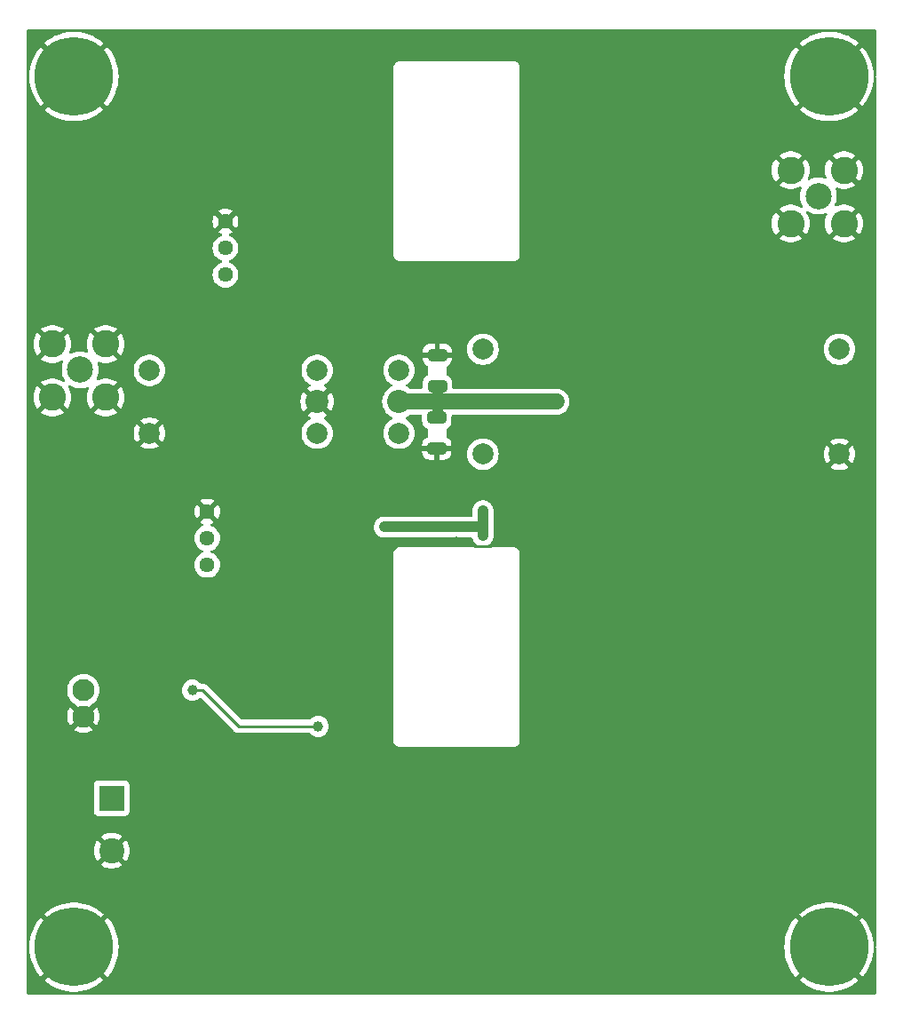
<source format=gbr>
G04 #@! TF.GenerationSoftware,KiCad,Pcbnew,8.0.8*
G04 #@! TF.CreationDate,2025-01-19T16:42:36-05:00*
G04 #@! TF.ProjectId,t41_2_power_amplifier,7434315f-325f-4706-9f77-65725f616d70,rev?*
G04 #@! TF.SameCoordinates,Original*
G04 #@! TF.FileFunction,Copper,L2,Bot*
G04 #@! TF.FilePolarity,Positive*
%FSLAX46Y46*%
G04 Gerber Fmt 4.6, Leading zero omitted, Abs format (unit mm)*
G04 Created by KiCad (PCBNEW 8.0.8) date 2025-01-19 16:42:36*
%MOMM*%
%LPD*%
G01*
G04 APERTURE LIST*
G04 Aperture macros list*
%AMRoundRect*
0 Rectangle with rounded corners*
0 $1 Rounding radius*
0 $2 $3 $4 $5 $6 $7 $8 $9 X,Y pos of 4 corners*
0 Add a 4 corners polygon primitive as box body*
4,1,4,$2,$3,$4,$5,$6,$7,$8,$9,$2,$3,0*
0 Add four circle primitives for the rounded corners*
1,1,$1+$1,$2,$3*
1,1,$1+$1,$4,$5*
1,1,$1+$1,$6,$7*
1,1,$1+$1,$8,$9*
0 Add four rect primitives between the rounded corners*
20,1,$1+$1,$2,$3,$4,$5,0*
20,1,$1+$1,$4,$5,$6,$7,0*
20,1,$1+$1,$6,$7,$8,$9,0*
20,1,$1+$1,$8,$9,$2,$3,0*%
G04 Aperture macros list end*
G04 #@! TA.AperFunction,ComponentPad*
%ADD10C,2.000000*%
G04 #@! TD*
G04 #@! TA.AperFunction,ComponentPad*
%ADD11C,2.200000*%
G04 #@! TD*
G04 #@! TA.AperFunction,ComponentPad*
%ADD12C,1.440000*%
G04 #@! TD*
G04 #@! TA.AperFunction,ComponentPad*
%ADD13C,7.500000*%
G04 #@! TD*
G04 #@! TA.AperFunction,ComponentPad*
%ADD14C,2.600000*%
G04 #@! TD*
G04 #@! TA.AperFunction,ComponentPad*
%ADD15C,2.500000*%
G04 #@! TD*
G04 #@! TA.AperFunction,ComponentPad*
%ADD16R,2.400000X2.400000*%
G04 #@! TD*
G04 #@! TA.AperFunction,ComponentPad*
%ADD17C,2.400000*%
G04 #@! TD*
G04 #@! TA.AperFunction,ComponentPad*
%ADD18C,2.100000*%
G04 #@! TD*
G04 #@! TA.AperFunction,SMDPad,CuDef*
%ADD19RoundRect,0.250000X-0.650000X0.325000X-0.650000X-0.325000X0.650000X-0.325000X0.650000X0.325000X0*%
G04 #@! TD*
G04 #@! TA.AperFunction,SMDPad,CuDef*
%ADD20RoundRect,0.250000X0.650000X-0.325000X0.650000X0.325000X-0.650000X0.325000X-0.650000X-0.325000X0*%
G04 #@! TD*
G04 #@! TA.AperFunction,ViaPad*
%ADD21C,1.000000*%
G04 #@! TD*
G04 #@! TA.AperFunction,Conductor*
%ADD22C,1.500000*%
G04 #@! TD*
G04 #@! TA.AperFunction,Conductor*
%ADD23C,1.000000*%
G04 #@! TD*
G04 #@! TA.AperFunction,Conductor*
%ADD24C,0.250000*%
G04 #@! TD*
G04 APERTURE END LIST*
D10*
X151000000Y-87000000D03*
D11*
X151000000Y-90000000D03*
D10*
X151000000Y-93000000D03*
X127200000Y-87000000D03*
X127200000Y-93000000D03*
X143200000Y-93000000D03*
D11*
X143200000Y-90000000D03*
D10*
X143200000Y-87000000D03*
D12*
X134450000Y-77900000D03*
X134450000Y-75360000D03*
X134450000Y-72820000D03*
D13*
X192000000Y-59000000D03*
D12*
X132700000Y-105550000D03*
X132700000Y-103010000D03*
X132700000Y-100470000D03*
D10*
X159000000Y-85000000D03*
X159000000Y-95000000D03*
X193000000Y-95000000D03*
X193000000Y-85000000D03*
D13*
X120000000Y-59000000D03*
X192000000Y-142000000D03*
D14*
X188350000Y-67920000D03*
X188350000Y-73000000D03*
X193430000Y-67920000D03*
X193430000Y-73000000D03*
D15*
X190990000Y-70385000D03*
D16*
X123600000Y-127800000D03*
D17*
X123600000Y-132800000D03*
D14*
X117950000Y-84500000D03*
X117950000Y-89580000D03*
X123030000Y-84500000D03*
X123030000Y-89580000D03*
D15*
X120590000Y-86965000D03*
D18*
X120900000Y-117500000D03*
X120900000Y-120000000D03*
D13*
X120000000Y-142000000D03*
D19*
X154600000Y-91500000D03*
X154600000Y-94450000D03*
D20*
X154650000Y-88500000D03*
X154650000Y-85550000D03*
D21*
X180400000Y-116300000D03*
X133100000Y-116300000D03*
X163650000Y-90000000D03*
X166000000Y-90000000D03*
X164800000Y-90000000D03*
X164500000Y-98800000D03*
X150000000Y-123400000D03*
X151700000Y-84850000D03*
X161500000Y-78400000D03*
X145100000Y-79300000D03*
X163550000Y-113550000D03*
X149350000Y-100300000D03*
X169400000Y-118300000D03*
X190900000Y-85600000D03*
X150150000Y-103600000D03*
X156500000Y-79900000D03*
X163500000Y-65800000D03*
X163750000Y-134100000D03*
X160150000Y-98800000D03*
X149300000Y-65850000D03*
X149600000Y-113450000D03*
X193000000Y-92600000D03*
X163550000Y-105650000D03*
X156500000Y-77200000D03*
X160400000Y-96700000D03*
X153000000Y-97800000D03*
X152100000Y-100300000D03*
X144800000Y-112000000D03*
X156500000Y-81700000D03*
X152050000Y-77200000D03*
X164150000Y-92000000D03*
X134250000Y-104350000D03*
X141400000Y-79900000D03*
X133150000Y-88650000D03*
X160850000Y-103300000D03*
X174600000Y-134800000D03*
X154550000Y-81750000D03*
X143200000Y-68300000D03*
X156900000Y-85400000D03*
X156500000Y-103350000D03*
X149600000Y-76000000D03*
X152450000Y-94750000D03*
X169400000Y-90700000D03*
X157800000Y-98800000D03*
X156150000Y-137300000D03*
X151300000Y-78300000D03*
X141750000Y-100700000D03*
X133200000Y-82100000D03*
X133600000Y-120700000D03*
X151500000Y-130250000D03*
X160150000Y-133200000D03*
X160900000Y-101800000D03*
X195200000Y-85000000D03*
X189100000Y-78400000D03*
X154650000Y-96200000D03*
X150800000Y-99700000D03*
X145300000Y-82750000D03*
X146600000Y-125200000D03*
X156500000Y-78491000D03*
X140300000Y-107600000D03*
X192900000Y-78400000D03*
X170200000Y-134800000D03*
X193000000Y-97400000D03*
X156500000Y-99000000D03*
X160700000Y-83300000D03*
X138400000Y-119300000D03*
X152150000Y-133200000D03*
X163900000Y-130400000D03*
X160600000Y-86850000D03*
X163500000Y-88100000D03*
X192900000Y-81500000D03*
X152050000Y-79400000D03*
X168200000Y-129800000D03*
X189100000Y-81500000D03*
X156500000Y-100400000D03*
X160950000Y-77200000D03*
X135700000Y-88650000D03*
X169400000Y-98000000D03*
X129000000Y-97900000D03*
X153200000Y-56000000D03*
X160600000Y-93150000D03*
X160000000Y-56100000D03*
X156900000Y-94600000D03*
X169400000Y-105600000D03*
X136000000Y-76800000D03*
X163500000Y-123200000D03*
X131000000Y-106500000D03*
X144500000Y-122200000D03*
X160850000Y-100300000D03*
X160950000Y-79600000D03*
X193000000Y-87200000D03*
X154650000Y-83700000D03*
X141250000Y-97300000D03*
X144800000Y-115400000D03*
X169700000Y-112900000D03*
X157300000Y-83300000D03*
X131295000Y-117500000D03*
X143300000Y-120950000D03*
X150900000Y-101950000D03*
X152200000Y-101950000D03*
X159000000Y-100400000D03*
X149600000Y-101950000D03*
X159000000Y-102800000D03*
X159000000Y-101600000D03*
D22*
X163650000Y-90000000D02*
X164800000Y-90000000D01*
D23*
X154650000Y-88500000D02*
X154650000Y-91500000D01*
D22*
X154250000Y-90000000D02*
X163650000Y-90000000D01*
X164800000Y-90000000D02*
X166000000Y-90000000D01*
X151000000Y-90000000D02*
X154250000Y-90000000D01*
D24*
X158150000Y-103750000D02*
X159800000Y-103750000D01*
X135707500Y-120950000D02*
X143300000Y-120950000D01*
X132257500Y-117500000D02*
X135707500Y-120950000D01*
X131295000Y-117500000D02*
X132257500Y-117500000D01*
D23*
X159000000Y-101959000D02*
X159000000Y-100400000D01*
X149600000Y-101950000D02*
X150900000Y-101950000D01*
X150900000Y-101950000D02*
X152200000Y-101950000D01*
X152200000Y-101950000D02*
X158991000Y-101950000D01*
X158991000Y-101950000D02*
X159000000Y-101959000D01*
X159000000Y-102800000D02*
X159000000Y-101600000D01*
G04 #@! TA.AperFunction,Conductor*
G36*
X196442539Y-54520185D02*
G01*
X196488294Y-54572989D01*
X196499500Y-54624500D01*
X196499500Y-58927373D01*
X196479815Y-58994412D01*
X196471757Y-59001393D01*
X196496005Y-59043392D01*
X196499500Y-59072626D01*
X196499500Y-141927373D01*
X196479815Y-141994412D01*
X196471757Y-142001393D01*
X196496005Y-142043392D01*
X196499500Y-142072626D01*
X196499500Y-146375500D01*
X196479815Y-146442539D01*
X196427011Y-146488294D01*
X196375500Y-146499500D01*
X115624500Y-146499500D01*
X115557461Y-146479815D01*
X115511706Y-146427011D01*
X115500500Y-146375500D01*
X115500500Y-142072626D01*
X115520185Y-142005587D01*
X115523400Y-142002801D01*
X115721054Y-142002801D01*
X115743477Y-142037691D01*
X115748360Y-142066726D01*
X115764447Y-142404450D01*
X115822071Y-142805231D01*
X115917531Y-143198722D01*
X115917534Y-143198733D01*
X116049956Y-143581340D01*
X116049966Y-143581365D01*
X116218168Y-143949675D01*
X116420621Y-144300335D01*
X116420627Y-144300343D01*
X116655485Y-144630154D01*
X116822985Y-144823460D01*
X118313098Y-143333347D01*
X118380076Y-143420635D01*
X118579365Y-143619924D01*
X118666650Y-143686900D01*
X117174928Y-145178622D01*
X117213676Y-145215568D01*
X117213695Y-145215585D01*
X117531968Y-145465877D01*
X117872594Y-145684782D01*
X118232485Y-145870319D01*
X118608383Y-146020806D01*
X118608395Y-146020810D01*
X118996882Y-146134880D01*
X118996899Y-146134884D01*
X119394460Y-146211508D01*
X119394472Y-146211510D01*
X119797554Y-146250000D01*
X120202446Y-146250000D01*
X120605527Y-146211510D01*
X120605539Y-146211508D01*
X121003100Y-146134884D01*
X121003117Y-146134880D01*
X121391604Y-146020810D01*
X121391616Y-146020806D01*
X121767507Y-145870322D01*
X121767511Y-145870320D01*
X122127406Y-145684782D01*
X122468031Y-145465877D01*
X122786314Y-145215578D01*
X122825069Y-145178622D01*
X121333348Y-143686901D01*
X121420635Y-143619924D01*
X121619924Y-143420635D01*
X121686901Y-143333348D01*
X123177012Y-144823459D01*
X123344512Y-144630156D01*
X123344523Y-144630143D01*
X123579372Y-144300343D01*
X123579378Y-144300335D01*
X123781831Y-143949675D01*
X123950033Y-143581365D01*
X123950043Y-143581340D01*
X124082465Y-143198733D01*
X124082468Y-143198722D01*
X124177928Y-142805231D01*
X124235552Y-142404450D01*
X124254818Y-142000000D01*
X187745181Y-142000000D01*
X187764447Y-142404450D01*
X187822071Y-142805231D01*
X187917531Y-143198722D01*
X187917534Y-143198733D01*
X188049956Y-143581340D01*
X188049966Y-143581365D01*
X188218168Y-143949675D01*
X188420621Y-144300335D01*
X188420627Y-144300343D01*
X188655485Y-144630154D01*
X188822985Y-144823460D01*
X190313098Y-143333347D01*
X190380076Y-143420635D01*
X190579365Y-143619924D01*
X190666650Y-143686900D01*
X189174928Y-145178622D01*
X189213676Y-145215568D01*
X189213695Y-145215585D01*
X189531968Y-145465877D01*
X189872594Y-145684782D01*
X190232485Y-145870319D01*
X190608383Y-146020806D01*
X190608395Y-146020810D01*
X190996882Y-146134880D01*
X190996899Y-146134884D01*
X191394460Y-146211508D01*
X191394472Y-146211510D01*
X191797554Y-146250000D01*
X192202446Y-146250000D01*
X192605527Y-146211510D01*
X192605539Y-146211508D01*
X193003100Y-146134884D01*
X193003117Y-146134880D01*
X193391604Y-146020810D01*
X193391616Y-146020806D01*
X193767507Y-145870322D01*
X193767511Y-145870320D01*
X194127406Y-145684782D01*
X194468031Y-145465877D01*
X194786314Y-145215578D01*
X194825069Y-145178622D01*
X193333348Y-143686901D01*
X193420635Y-143619924D01*
X193619924Y-143420635D01*
X193686901Y-143333348D01*
X195177012Y-144823459D01*
X195344512Y-144630156D01*
X195344523Y-144630143D01*
X195579372Y-144300343D01*
X195579378Y-144300335D01*
X195781831Y-143949675D01*
X195950033Y-143581365D01*
X195950043Y-143581340D01*
X196082465Y-143198733D01*
X196082468Y-143198722D01*
X196177928Y-142805231D01*
X196235552Y-142404450D01*
X196251640Y-142066726D01*
X196274493Y-142000699D01*
X196278945Y-141997197D01*
X196256523Y-141962308D01*
X196251640Y-141933273D01*
X196235552Y-141595549D01*
X196177928Y-141194768D01*
X196082468Y-140801277D01*
X196082465Y-140801266D01*
X195950043Y-140418659D01*
X195950033Y-140418634D01*
X195781831Y-140050324D01*
X195579378Y-139699664D01*
X195579372Y-139699656D01*
X195344523Y-139369856D01*
X195344512Y-139369843D01*
X195177013Y-139176538D01*
X193686900Y-140666650D01*
X193619924Y-140579365D01*
X193420635Y-140380076D01*
X193333347Y-140313098D01*
X194825070Y-138821376D01*
X194786323Y-138784431D01*
X194786304Y-138784414D01*
X194468031Y-138534122D01*
X194127406Y-138315217D01*
X193767511Y-138129679D01*
X193767507Y-138129677D01*
X193391616Y-137979193D01*
X193391604Y-137979189D01*
X193003117Y-137865119D01*
X193003100Y-137865115D01*
X192605539Y-137788491D01*
X192605527Y-137788489D01*
X192202446Y-137750000D01*
X191797554Y-137750000D01*
X191394472Y-137788489D01*
X191394460Y-137788491D01*
X190996899Y-137865115D01*
X190996882Y-137865119D01*
X190608395Y-137979189D01*
X190608383Y-137979193D01*
X190232485Y-138129680D01*
X189872594Y-138315217D01*
X189531968Y-138534122D01*
X189213685Y-138784421D01*
X189213673Y-138784432D01*
X189174929Y-138821375D01*
X189174929Y-138821376D01*
X190666651Y-140313098D01*
X190579365Y-140380076D01*
X190380076Y-140579365D01*
X190313098Y-140666651D01*
X188822986Y-139176539D01*
X188655485Y-139369845D01*
X188420627Y-139699656D01*
X188420621Y-139699664D01*
X188218168Y-140050324D01*
X188049966Y-140418634D01*
X188049956Y-140418659D01*
X187917534Y-140801266D01*
X187917531Y-140801277D01*
X187822071Y-141194768D01*
X187764447Y-141595549D01*
X187745181Y-142000000D01*
X124254818Y-142000000D01*
X124235552Y-141595549D01*
X124177928Y-141194768D01*
X124082468Y-140801277D01*
X124082465Y-140801266D01*
X123950043Y-140418659D01*
X123950033Y-140418634D01*
X123781831Y-140050324D01*
X123579378Y-139699664D01*
X123579372Y-139699656D01*
X123344523Y-139369856D01*
X123344512Y-139369843D01*
X123177013Y-139176538D01*
X121686900Y-140666650D01*
X121619924Y-140579365D01*
X121420635Y-140380076D01*
X121333347Y-140313098D01*
X122825070Y-138821376D01*
X122786323Y-138784431D01*
X122786304Y-138784414D01*
X122468031Y-138534122D01*
X122127406Y-138315217D01*
X121767511Y-138129679D01*
X121767507Y-138129677D01*
X121391616Y-137979193D01*
X121391604Y-137979189D01*
X121003117Y-137865119D01*
X121003100Y-137865115D01*
X120605539Y-137788491D01*
X120605527Y-137788489D01*
X120202446Y-137750000D01*
X119797554Y-137750000D01*
X119394472Y-137788489D01*
X119394460Y-137788491D01*
X118996899Y-137865115D01*
X118996882Y-137865119D01*
X118608395Y-137979189D01*
X118608383Y-137979193D01*
X118232485Y-138129680D01*
X117872594Y-138315217D01*
X117531968Y-138534122D01*
X117213685Y-138784421D01*
X117213673Y-138784432D01*
X117174929Y-138821375D01*
X117174929Y-138821376D01*
X118666651Y-140313098D01*
X118579365Y-140380076D01*
X118380076Y-140579365D01*
X118313098Y-140666651D01*
X116822986Y-139176539D01*
X116655485Y-139369845D01*
X116420627Y-139699656D01*
X116420621Y-139699664D01*
X116218168Y-140050324D01*
X116049966Y-140418634D01*
X116049956Y-140418659D01*
X115917534Y-140801266D01*
X115917531Y-140801277D01*
X115822071Y-141194768D01*
X115764447Y-141595549D01*
X115748360Y-141933273D01*
X115725507Y-141999300D01*
X115721054Y-142002801D01*
X115523400Y-142002801D01*
X115528242Y-141998605D01*
X115503995Y-141956607D01*
X115500500Y-141927373D01*
X115500500Y-132799995D01*
X121895233Y-132799995D01*
X121895233Y-132800004D01*
X121914273Y-133054079D01*
X121970968Y-133302477D01*
X121970973Y-133302494D01*
X122064058Y-133539671D01*
X122064057Y-133539671D01*
X122191457Y-133760332D01*
X122233452Y-133812993D01*
X123035387Y-133011058D01*
X123040889Y-133031591D01*
X123119881Y-133168408D01*
X123231592Y-133280119D01*
X123368409Y-133359111D01*
X123388940Y-133364612D01*
X122586813Y-134166737D01*
X122747623Y-134276375D01*
X122747624Y-134276376D01*
X122977176Y-134386921D01*
X122977174Y-134386921D01*
X123220652Y-134462024D01*
X123220658Y-134462026D01*
X123472595Y-134499999D01*
X123472604Y-134500000D01*
X123727396Y-134500000D01*
X123727404Y-134499999D01*
X123979341Y-134462026D01*
X123979347Y-134462024D01*
X124222824Y-134386921D01*
X124452381Y-134276373D01*
X124613185Y-134166737D01*
X123811059Y-133364612D01*
X123831591Y-133359111D01*
X123968408Y-133280119D01*
X124080119Y-133168408D01*
X124159111Y-133031591D01*
X124164612Y-133011059D01*
X124966545Y-133812993D01*
X125008545Y-133760327D01*
X125135941Y-133539671D01*
X125229026Y-133302494D01*
X125229031Y-133302477D01*
X125285726Y-133054079D01*
X125304767Y-132800004D01*
X125304767Y-132799995D01*
X125285726Y-132545920D01*
X125229031Y-132297522D01*
X125229026Y-132297505D01*
X125135941Y-132060328D01*
X125135942Y-132060328D01*
X125008544Y-131839671D01*
X124966546Y-131787006D01*
X124164612Y-132588939D01*
X124159111Y-132568409D01*
X124080119Y-132431592D01*
X123968408Y-132319881D01*
X123831591Y-132240889D01*
X123811058Y-132235387D01*
X124613185Y-131433261D01*
X124452377Y-131323624D01*
X124452376Y-131323623D01*
X124222823Y-131213078D01*
X124222825Y-131213078D01*
X123979347Y-131137975D01*
X123979341Y-131137973D01*
X123727404Y-131100000D01*
X123472595Y-131100000D01*
X123220658Y-131137973D01*
X123220652Y-131137975D01*
X122977175Y-131213078D01*
X122747624Y-131323623D01*
X122747616Y-131323628D01*
X122586813Y-131433261D01*
X123388940Y-132235387D01*
X123368409Y-132240889D01*
X123231592Y-132319881D01*
X123119881Y-132431592D01*
X123040889Y-132568409D01*
X123035387Y-132588940D01*
X122233453Y-131787006D01*
X122191455Y-131839670D01*
X122064058Y-132060328D01*
X121970973Y-132297505D01*
X121970968Y-132297522D01*
X121914273Y-132545920D01*
X121895233Y-132799995D01*
X115500500Y-132799995D01*
X115500500Y-126552135D01*
X121899500Y-126552135D01*
X121899500Y-129047870D01*
X121899501Y-129047876D01*
X121905908Y-129107483D01*
X121956202Y-129242328D01*
X121956206Y-129242335D01*
X122042452Y-129357544D01*
X122042455Y-129357547D01*
X122157664Y-129443793D01*
X122157671Y-129443797D01*
X122292517Y-129494091D01*
X122292516Y-129494091D01*
X122299444Y-129494835D01*
X122352127Y-129500500D01*
X124847872Y-129500499D01*
X124907483Y-129494091D01*
X125042331Y-129443796D01*
X125157546Y-129357546D01*
X125243796Y-129242331D01*
X125294091Y-129107483D01*
X125300500Y-129047873D01*
X125300499Y-126552128D01*
X125294091Y-126492517D01*
X125243796Y-126357669D01*
X125243795Y-126357668D01*
X125243793Y-126357664D01*
X125157547Y-126242455D01*
X125157544Y-126242452D01*
X125042335Y-126156206D01*
X125042328Y-126156202D01*
X124907482Y-126105908D01*
X124907483Y-126105908D01*
X124847883Y-126099501D01*
X124847881Y-126099500D01*
X124847873Y-126099500D01*
X124847864Y-126099500D01*
X122352129Y-126099500D01*
X122352123Y-126099501D01*
X122292516Y-126105908D01*
X122157671Y-126156202D01*
X122157664Y-126156206D01*
X122042455Y-126242452D01*
X122042452Y-126242455D01*
X121956206Y-126357664D01*
X121956202Y-126357671D01*
X121905908Y-126492517D01*
X121899501Y-126552116D01*
X121899501Y-126552123D01*
X121899500Y-126552135D01*
X115500500Y-126552135D01*
X115500500Y-117500000D01*
X119344706Y-117500000D01*
X119363853Y-117743297D01*
X119420830Y-117980619D01*
X119514222Y-118206089D01*
X119641737Y-118414173D01*
X119641738Y-118414176D01*
X119641741Y-118414179D01*
X119800241Y-118599759D01*
X119985821Y-118758259D01*
X120040435Y-118791726D01*
X120063325Y-118809772D01*
X120729766Y-119476212D01*
X120687708Y-119487482D01*
X120562292Y-119559890D01*
X120459890Y-119662292D01*
X120387482Y-119787708D01*
X120376212Y-119829765D01*
X119638504Y-119092056D01*
X119514668Y-119294141D01*
X119514665Y-119294146D01*
X119421303Y-119519542D01*
X119364348Y-119756780D01*
X119345207Y-120000000D01*
X119364348Y-120243219D01*
X119421303Y-120480457D01*
X119514668Y-120705861D01*
X119638504Y-120907942D01*
X120376212Y-120170234D01*
X120387482Y-120212292D01*
X120459890Y-120337708D01*
X120562292Y-120440110D01*
X120687708Y-120512518D01*
X120729765Y-120523787D01*
X119992056Y-121261494D01*
X120194138Y-121385331D01*
X120419542Y-121478696D01*
X120656780Y-121535651D01*
X120656779Y-121535651D01*
X120900000Y-121554792D01*
X121143219Y-121535651D01*
X121380457Y-121478696D01*
X121605861Y-121385331D01*
X121807942Y-121261494D01*
X121070234Y-120523787D01*
X121112292Y-120512518D01*
X121237708Y-120440110D01*
X121340110Y-120337708D01*
X121412518Y-120212292D01*
X121423787Y-120170234D01*
X122161494Y-120907942D01*
X122285331Y-120705861D01*
X122378696Y-120480457D01*
X122435651Y-120243219D01*
X122454792Y-120000000D01*
X122435651Y-119756780D01*
X122378696Y-119519542D01*
X122285331Y-119294138D01*
X122161494Y-119092056D01*
X121423787Y-119829764D01*
X121412518Y-119787708D01*
X121340110Y-119662292D01*
X121237708Y-119559890D01*
X121112292Y-119487482D01*
X121070232Y-119476211D01*
X121736672Y-118809773D01*
X121759557Y-118791731D01*
X121814179Y-118758259D01*
X121999759Y-118599759D01*
X122158259Y-118414179D01*
X122285777Y-118206089D01*
X122379172Y-117980612D01*
X122436146Y-117743302D01*
X122455294Y-117500000D01*
X130289659Y-117500000D01*
X130308975Y-117696129D01*
X130366188Y-117884733D01*
X130459086Y-118058532D01*
X130459090Y-118058539D01*
X130584116Y-118210883D01*
X130736460Y-118335909D01*
X130736467Y-118335913D01*
X130910266Y-118428811D01*
X130910269Y-118428811D01*
X130910273Y-118428814D01*
X131098868Y-118486024D01*
X131295000Y-118505341D01*
X131491132Y-118486024D01*
X131679727Y-118428814D01*
X131707119Y-118414173D01*
X131853532Y-118335913D01*
X131853531Y-118335913D01*
X131853538Y-118335910D01*
X131961801Y-118247060D01*
X132026107Y-118219749D01*
X132094975Y-118231540D01*
X132128144Y-118255234D01*
X135218516Y-121345606D01*
X135218545Y-121345637D01*
X135308764Y-121435856D01*
X135308767Y-121435858D01*
X135385690Y-121487256D01*
X135411210Y-121504309D01*
X135411212Y-121504310D01*
X135411215Y-121504312D01*
X135477896Y-121531931D01*
X135477898Y-121531933D01*
X135518140Y-121548601D01*
X135525048Y-121551463D01*
X135585471Y-121563481D01*
X135645893Y-121575500D01*
X135645894Y-121575500D01*
X142460397Y-121575500D01*
X142527436Y-121595185D01*
X142556250Y-121620835D01*
X142589116Y-121660883D01*
X142741460Y-121785909D01*
X142741467Y-121785913D01*
X142915266Y-121878811D01*
X142915269Y-121878811D01*
X142915273Y-121878814D01*
X143103868Y-121936024D01*
X143300000Y-121955341D01*
X143496132Y-121936024D01*
X143684727Y-121878814D01*
X143858538Y-121785910D01*
X144010883Y-121660883D01*
X144135910Y-121508538D01*
X144221330Y-121348729D01*
X144228811Y-121334733D01*
X144228811Y-121334732D01*
X144228814Y-121334727D01*
X144286024Y-121146132D01*
X144305341Y-120950000D01*
X144286024Y-120753868D01*
X144228814Y-120565273D01*
X144228811Y-120565269D01*
X144228811Y-120565266D01*
X144135913Y-120391467D01*
X144135909Y-120391460D01*
X144010883Y-120239116D01*
X143858539Y-120114090D01*
X143858532Y-120114086D01*
X143684733Y-120021188D01*
X143684727Y-120021186D01*
X143496132Y-119963976D01*
X143496129Y-119963975D01*
X143300000Y-119944659D01*
X143103870Y-119963975D01*
X142915266Y-120021188D01*
X142741467Y-120114086D01*
X142741460Y-120114090D01*
X142589116Y-120239116D01*
X142556250Y-120279165D01*
X142498505Y-120318499D01*
X142460397Y-120324500D01*
X136017952Y-120324500D01*
X135950913Y-120304815D01*
X135930271Y-120288181D01*
X132747698Y-117105608D01*
X132747678Y-117105586D01*
X132656233Y-117014141D01*
X132605009Y-116979915D01*
X132553787Y-116945689D01*
X132553786Y-116945688D01*
X132553783Y-116945686D01*
X132553780Y-116945685D01*
X132466476Y-116909523D01*
X132466476Y-116909524D01*
X132466474Y-116909523D01*
X132439952Y-116898537D01*
X132379529Y-116886518D01*
X132319110Y-116874500D01*
X132319107Y-116874500D01*
X132319106Y-116874500D01*
X132134603Y-116874500D01*
X132067564Y-116854815D01*
X132038750Y-116829165D01*
X132005883Y-116789116D01*
X131853539Y-116664090D01*
X131853532Y-116664086D01*
X131679733Y-116571188D01*
X131679727Y-116571186D01*
X131491132Y-116513976D01*
X131491129Y-116513975D01*
X131295000Y-116494659D01*
X131098870Y-116513975D01*
X130910266Y-116571188D01*
X130736467Y-116664086D01*
X130736460Y-116664090D01*
X130584116Y-116789116D01*
X130459090Y-116941460D01*
X130459086Y-116941467D01*
X130366188Y-117115266D01*
X130308975Y-117303870D01*
X130289659Y-117500000D01*
X122455294Y-117500000D01*
X122436146Y-117256698D01*
X122379172Y-117019388D01*
X122348645Y-116945688D01*
X122285777Y-116793910D01*
X122158262Y-116585826D01*
X122158261Y-116585823D01*
X122122453Y-116543897D01*
X121999759Y-116400241D01*
X121877063Y-116295449D01*
X121814176Y-116241738D01*
X121814173Y-116241737D01*
X121606089Y-116114222D01*
X121380618Y-116020830D01*
X121380621Y-116020830D01*
X121274992Y-115995470D01*
X121143302Y-115963854D01*
X121143300Y-115963853D01*
X121143297Y-115963853D01*
X120900000Y-115944706D01*
X120656702Y-115963853D01*
X120419380Y-116020830D01*
X120193910Y-116114222D01*
X119985826Y-116241737D01*
X119985823Y-116241738D01*
X119800241Y-116400241D01*
X119641738Y-116585823D01*
X119641737Y-116585826D01*
X119514222Y-116793910D01*
X119420830Y-117019380D01*
X119363853Y-117256702D01*
X119344706Y-117500000D01*
X115500500Y-117500000D01*
X115500500Y-103009998D01*
X131474838Y-103009998D01*
X131474838Y-103010001D01*
X131493450Y-103222741D01*
X131493452Y-103222752D01*
X131548721Y-103429022D01*
X131548723Y-103429026D01*
X131548724Y-103429030D01*
X131571287Y-103477416D01*
X131638977Y-103622578D01*
X131761472Y-103797521D01*
X131912478Y-103948527D01*
X131912481Y-103948529D01*
X132087419Y-104071021D01*
X132087421Y-104071022D01*
X132087420Y-104071022D01*
X132151936Y-104101106D01*
X132280970Y-104161276D01*
X132280983Y-104161279D01*
X132286064Y-104163130D01*
X132285292Y-104165250D01*
X132336710Y-104196594D01*
X132367237Y-104259442D01*
X132358939Y-104328817D01*
X132314452Y-104382693D01*
X132285685Y-104395830D01*
X132286064Y-104396870D01*
X132280972Y-104398723D01*
X132280970Y-104398724D01*
X132280968Y-104398725D01*
X132087421Y-104488977D01*
X131912478Y-104611472D01*
X131761472Y-104762478D01*
X131638977Y-104937421D01*
X131548725Y-105130968D01*
X131548721Y-105130977D01*
X131493452Y-105337247D01*
X131493450Y-105337258D01*
X131474838Y-105549998D01*
X131474838Y-105550001D01*
X131493450Y-105762741D01*
X131493452Y-105762752D01*
X131548721Y-105969022D01*
X131548723Y-105969026D01*
X131548724Y-105969030D01*
X131591171Y-106060058D01*
X131638977Y-106162578D01*
X131761472Y-106337521D01*
X131912478Y-106488527D01*
X131912481Y-106488529D01*
X132087419Y-106611021D01*
X132087421Y-106611022D01*
X132087420Y-106611022D01*
X132151936Y-106641106D01*
X132280970Y-106701276D01*
X132487253Y-106756549D01*
X132639215Y-106769844D01*
X132699998Y-106775162D01*
X132700000Y-106775162D01*
X132700002Y-106775162D01*
X132753186Y-106770508D01*
X132912747Y-106756549D01*
X133119030Y-106701276D01*
X133312581Y-106611021D01*
X133487519Y-106488529D01*
X133638529Y-106337519D01*
X133761021Y-106162581D01*
X133851276Y-105969030D01*
X133906549Y-105762747D01*
X133925162Y-105550000D01*
X133906549Y-105337253D01*
X133851276Y-105130970D01*
X133761021Y-104937419D01*
X133638529Y-104762481D01*
X133638527Y-104762478D01*
X133487521Y-104611472D01*
X133312578Y-104488977D01*
X133312579Y-104488977D01*
X133183547Y-104428809D01*
X133119030Y-104398724D01*
X133119023Y-104398722D01*
X133113936Y-104396870D01*
X133114709Y-104394746D01*
X133063305Y-104363424D01*
X133032766Y-104300581D01*
X133041050Y-104231204D01*
X133085528Y-104177320D01*
X133114315Y-104164172D01*
X133113936Y-104163130D01*
X133119013Y-104161280D01*
X133119030Y-104161276D01*
X133312581Y-104071021D01*
X133487519Y-103948529D01*
X133638529Y-103797519D01*
X133761021Y-103622581D01*
X133851276Y-103429030D01*
X133906549Y-103222747D01*
X133925162Y-103010000D01*
X133906549Y-102797253D01*
X133851276Y-102590970D01*
X133761021Y-102397419D01*
X133638529Y-102222481D01*
X133638527Y-102222478D01*
X133487521Y-102071472D01*
X133314038Y-101949999D01*
X148594659Y-101949999D01*
X148598903Y-101993090D01*
X148599500Y-102005244D01*
X148599500Y-102048544D01*
X148607945Y-102091006D01*
X148609730Y-102103035D01*
X148613975Y-102146130D01*
X148613976Y-102146134D01*
X148626547Y-102187575D01*
X148629503Y-102199378D01*
X148637946Y-102241827D01*
X148637948Y-102241834D01*
X148654517Y-102281834D01*
X148658612Y-102293277D01*
X148671186Y-102334727D01*
X148671187Y-102334729D01*
X148691597Y-102372913D01*
X148696800Y-102383915D01*
X148713368Y-102423914D01*
X148713370Y-102423918D01*
X148737425Y-102459918D01*
X148743683Y-102470358D01*
X148764088Y-102508535D01*
X148764094Y-102508543D01*
X148791552Y-102542002D01*
X148798799Y-102551772D01*
X148822862Y-102587783D01*
X148822865Y-102587787D01*
X148853479Y-102618401D01*
X148861651Y-102627416D01*
X148889118Y-102660884D01*
X148922581Y-102688346D01*
X148931599Y-102696520D01*
X148962214Y-102727136D01*
X148962218Y-102727139D01*
X148997699Y-102750847D01*
X148998219Y-102751194D01*
X149007988Y-102758438D01*
X149041462Y-102785910D01*
X149041464Y-102785911D01*
X149079640Y-102806316D01*
X149090078Y-102812572D01*
X149126086Y-102836632D01*
X149166095Y-102853203D01*
X149177091Y-102858404D01*
X149215273Y-102878814D01*
X149256710Y-102891383D01*
X149268160Y-102895480D01*
X149308165Y-102912051D01*
X149350640Y-102920499D01*
X149362414Y-102923448D01*
X149403868Y-102936024D01*
X149446964Y-102940268D01*
X149458990Y-102942052D01*
X149483753Y-102946978D01*
X149501458Y-102950500D01*
X149501459Y-102950500D01*
X149544756Y-102950500D01*
X149556909Y-102951096D01*
X149600000Y-102955341D01*
X149643090Y-102951096D01*
X149655244Y-102950500D01*
X150801459Y-102950500D01*
X150844756Y-102950500D01*
X150856909Y-102951096D01*
X150900000Y-102955341D01*
X150943090Y-102951096D01*
X150955244Y-102950500D01*
X152101459Y-102950500D01*
X152144756Y-102950500D01*
X152156909Y-102951096D01*
X152200000Y-102955341D01*
X152243090Y-102951096D01*
X152255244Y-102950500D01*
X157908071Y-102950500D01*
X157975110Y-102970185D01*
X158020865Y-103022989D01*
X158029688Y-103050308D01*
X158037947Y-103091829D01*
X158037948Y-103091834D01*
X158054517Y-103131834D01*
X158058612Y-103143277D01*
X158071186Y-103184726D01*
X158071187Y-103184729D01*
X158091597Y-103222913D01*
X158096800Y-103233915D01*
X158113368Y-103273914D01*
X158113370Y-103273918D01*
X158137425Y-103309918D01*
X158143678Y-103320350D01*
X158154948Y-103341436D01*
X158164088Y-103358535D01*
X158164094Y-103358543D01*
X158191552Y-103392002D01*
X158198799Y-103401772D01*
X158222860Y-103437781D01*
X158222862Y-103437783D01*
X158222865Y-103437787D01*
X158253479Y-103468401D01*
X158261651Y-103477416D01*
X158289117Y-103510883D01*
X158322579Y-103538345D01*
X158322581Y-103538346D01*
X158331599Y-103546520D01*
X158362214Y-103577136D01*
X158362217Y-103577138D01*
X158362218Y-103577139D01*
X158398217Y-103601193D01*
X158398219Y-103601194D01*
X158407988Y-103608438D01*
X158441462Y-103635910D01*
X158474636Y-103653641D01*
X158524480Y-103702604D01*
X158539941Y-103770741D01*
X158516110Y-103836421D01*
X158460552Y-103878790D01*
X158416183Y-103887000D01*
X150934108Y-103887000D01*
X150806812Y-103921108D01*
X150692686Y-103987000D01*
X150692683Y-103987002D01*
X150599502Y-104080183D01*
X150599500Y-104080186D01*
X150533608Y-104194312D01*
X150499500Y-104321608D01*
X150499500Y-122453391D01*
X150533608Y-122580687D01*
X150566554Y-122637750D01*
X150599500Y-122694814D01*
X150692686Y-122788000D01*
X150806814Y-122853892D01*
X150934108Y-122888000D01*
X150934110Y-122888000D01*
X162065890Y-122888000D01*
X162065892Y-122888000D01*
X162193186Y-122853892D01*
X162307314Y-122788000D01*
X162400500Y-122694814D01*
X162466392Y-122580686D01*
X162500500Y-122453392D01*
X162500500Y-104321608D01*
X162466392Y-104194314D01*
X162400500Y-104080186D01*
X162307314Y-103987000D01*
X162250250Y-103954054D01*
X162193187Y-103921108D01*
X162129539Y-103904054D01*
X162065892Y-103887000D01*
X159583815Y-103887000D01*
X159516776Y-103867315D01*
X159471021Y-103814511D01*
X159461077Y-103745353D01*
X159490102Y-103681797D01*
X159525366Y-103653640D01*
X159558534Y-103635912D01*
X159558538Y-103635910D01*
X159592005Y-103608444D01*
X159601782Y-103601193D01*
X159637781Y-103577140D01*
X159637783Y-103577138D01*
X159637785Y-103577136D01*
X159668408Y-103546512D01*
X159677402Y-103538359D01*
X159710883Y-103510883D01*
X159738359Y-103477402D01*
X159746512Y-103468408D01*
X159777139Y-103437782D01*
X159801200Y-103401772D01*
X159808444Y-103392005D01*
X159835909Y-103358539D01*
X159835912Y-103358535D01*
X159842295Y-103346591D01*
X159856320Y-103320351D01*
X159862560Y-103309938D01*
X159886632Y-103273914D01*
X159903202Y-103233906D01*
X159908402Y-103222913D01*
X159928814Y-103184727D01*
X159941386Y-103143280D01*
X159945476Y-103131847D01*
X159962051Y-103091835D01*
X159970500Y-103049353D01*
X159973450Y-103037580D01*
X159986024Y-102996132D01*
X159990268Y-102953037D01*
X159992054Y-102940999D01*
X159992200Y-102940268D01*
X160000500Y-102898541D01*
X160000500Y-102855244D01*
X160001097Y-102843090D01*
X160001733Y-102836631D01*
X160005341Y-102800000D01*
X160001097Y-102756908D01*
X160000500Y-102744754D01*
X160000500Y-101655244D01*
X160001097Y-101643090D01*
X160005341Y-101600000D01*
X160001097Y-101556908D01*
X160000500Y-101544754D01*
X160000500Y-100455244D01*
X160001097Y-100443090D01*
X160003633Y-100417339D01*
X160005341Y-100400000D01*
X160001097Y-100356907D01*
X160000500Y-100344754D01*
X160000500Y-100301458D01*
X159998117Y-100289480D01*
X159992052Y-100258990D01*
X159990268Y-100246961D01*
X159988045Y-100224394D01*
X159986024Y-100203868D01*
X159973448Y-100162414D01*
X159970499Y-100150640D01*
X159962051Y-100108165D01*
X159945480Y-100068159D01*
X159941383Y-100056710D01*
X159928814Y-100015273D01*
X159908404Y-99977091D01*
X159903203Y-99966095D01*
X159886632Y-99926086D01*
X159862572Y-99890078D01*
X159856316Y-99879640D01*
X159835911Y-99841464D01*
X159835910Y-99841462D01*
X159808438Y-99807988D01*
X159801194Y-99798219D01*
X159777140Y-99762219D01*
X159777136Y-99762214D01*
X159746520Y-99731599D01*
X159738346Y-99722581D01*
X159710884Y-99689118D01*
X159677416Y-99661651D01*
X159668401Y-99653479D01*
X159637787Y-99622865D01*
X159637783Y-99622862D01*
X159637780Y-99622860D01*
X159621139Y-99611740D01*
X159601772Y-99598799D01*
X159592002Y-99591552D01*
X159558543Y-99564094D01*
X159558535Y-99564088D01*
X159541436Y-99554948D01*
X159520350Y-99543678D01*
X159509918Y-99537425D01*
X159473918Y-99513370D01*
X159473914Y-99513368D01*
X159433915Y-99496800D01*
X159422913Y-99491597D01*
X159384729Y-99471187D01*
X159384728Y-99471186D01*
X159384727Y-99471186D01*
X159343277Y-99458612D01*
X159331834Y-99454517D01*
X159291834Y-99437948D01*
X159291827Y-99437946D01*
X159249378Y-99429503D01*
X159237575Y-99426547D01*
X159196134Y-99413976D01*
X159196130Y-99413975D01*
X159153035Y-99409730D01*
X159141006Y-99407945D01*
X159098544Y-99399500D01*
X159098541Y-99399500D01*
X159055244Y-99399500D01*
X159043090Y-99398903D01*
X159000000Y-99394659D01*
X158956910Y-99398903D01*
X158944756Y-99399500D01*
X158901453Y-99399500D01*
X158858991Y-99407945D01*
X158846963Y-99409730D01*
X158803867Y-99413976D01*
X158762427Y-99426546D01*
X158750626Y-99429502D01*
X158708166Y-99437948D01*
X158708161Y-99437949D01*
X158668159Y-99454518D01*
X158656707Y-99458616D01*
X158615272Y-99471186D01*
X158577091Y-99491594D01*
X158566093Y-99496795D01*
X158526091Y-99513364D01*
X158490080Y-99537426D01*
X158479645Y-99543680D01*
X158441465Y-99564087D01*
X158441460Y-99564091D01*
X158407990Y-99591557D01*
X158398225Y-99598799D01*
X158362225Y-99622855D01*
X158362219Y-99622860D01*
X158331595Y-99653483D01*
X158322584Y-99661650D01*
X158289117Y-99689117D01*
X158261650Y-99722584D01*
X158253483Y-99731595D01*
X158222860Y-99762219D01*
X158222855Y-99762225D01*
X158198799Y-99798225D01*
X158191557Y-99807990D01*
X158164091Y-99841460D01*
X158164087Y-99841465D01*
X158143680Y-99879645D01*
X158137426Y-99890080D01*
X158113364Y-99926091D01*
X158096795Y-99966093D01*
X158091594Y-99977091D01*
X158071186Y-100015272D01*
X158058616Y-100056707D01*
X158054518Y-100068159D01*
X158037949Y-100108161D01*
X158037948Y-100108166D01*
X158029502Y-100150626D01*
X158026546Y-100162427D01*
X158013976Y-100203867D01*
X158009730Y-100246963D01*
X158007945Y-100258991D01*
X157999500Y-100301453D01*
X157999500Y-100344754D01*
X157998903Y-100356907D01*
X157994659Y-100399999D01*
X157998903Y-100443090D01*
X157999500Y-100455244D01*
X157999500Y-100825500D01*
X157979815Y-100892539D01*
X157927011Y-100938294D01*
X157875500Y-100949500D01*
X152255244Y-100949500D01*
X152243090Y-100948903D01*
X152200000Y-100944659D01*
X152156910Y-100948903D01*
X152144756Y-100949500D01*
X150955244Y-100949500D01*
X150943090Y-100948903D01*
X150900000Y-100944659D01*
X150856910Y-100948903D01*
X150844756Y-100949500D01*
X149655244Y-100949500D01*
X149643090Y-100948903D01*
X149600000Y-100944659D01*
X149556910Y-100948903D01*
X149544756Y-100949500D01*
X149501453Y-100949500D01*
X149458991Y-100957945D01*
X149446963Y-100959730D01*
X149403867Y-100963976D01*
X149362427Y-100976546D01*
X149350626Y-100979502D01*
X149308166Y-100987948D01*
X149308161Y-100987949D01*
X149268159Y-101004518D01*
X149256707Y-101008616D01*
X149215272Y-101021186D01*
X149177091Y-101041594D01*
X149166093Y-101046795D01*
X149126091Y-101063364D01*
X149090080Y-101087426D01*
X149079645Y-101093680D01*
X149041465Y-101114087D01*
X149041460Y-101114091D01*
X149007990Y-101141557D01*
X148998225Y-101148799D01*
X148962225Y-101172855D01*
X148962219Y-101172860D01*
X148931595Y-101203483D01*
X148922584Y-101211650D01*
X148889117Y-101239117D01*
X148861650Y-101272584D01*
X148853483Y-101281595D01*
X148822860Y-101312219D01*
X148822855Y-101312225D01*
X148798799Y-101348225D01*
X148791557Y-101357990D01*
X148764091Y-101391460D01*
X148764087Y-101391465D01*
X148743680Y-101429645D01*
X148737426Y-101440080D01*
X148713364Y-101476091D01*
X148696795Y-101516093D01*
X148691594Y-101527091D01*
X148671186Y-101565272D01*
X148658616Y-101606707D01*
X148654518Y-101618159D01*
X148637949Y-101658161D01*
X148637948Y-101658166D01*
X148629502Y-101700626D01*
X148626546Y-101712427D01*
X148613976Y-101753867D01*
X148609730Y-101796963D01*
X148607945Y-101808991D01*
X148599500Y-101851453D01*
X148599500Y-101894754D01*
X148598903Y-101906907D01*
X148594659Y-101949999D01*
X133314038Y-101949999D01*
X133312578Y-101948977D01*
X133312579Y-101948977D01*
X133183547Y-101888809D01*
X133119030Y-101858724D01*
X133119023Y-101858722D01*
X133113936Y-101856870D01*
X133114606Y-101855028D01*
X133062293Y-101823114D01*
X133031789Y-101760255D01*
X133040111Y-101690883D01*
X133084617Y-101637022D01*
X133114097Y-101623574D01*
X133113764Y-101622658D01*
X133118864Y-101620801D01*
X133312325Y-101530589D01*
X133368030Y-101491583D01*
X132746447Y-100870000D01*
X132752661Y-100870000D01*
X132854394Y-100842741D01*
X132945606Y-100790080D01*
X133020080Y-100715606D01*
X133072741Y-100624394D01*
X133100000Y-100522661D01*
X133100000Y-100516446D01*
X133721583Y-101138029D01*
X133760589Y-101082325D01*
X133850801Y-100888864D01*
X133850805Y-100888853D01*
X133906054Y-100682662D01*
X133906055Y-100682654D01*
X133924660Y-100470002D01*
X133924660Y-100469997D01*
X133906055Y-100257345D01*
X133906054Y-100257337D01*
X133850805Y-100051146D01*
X133850802Y-100051140D01*
X133760586Y-99857669D01*
X133760582Y-99857663D01*
X133721584Y-99801968D01*
X133100000Y-100423552D01*
X133100000Y-100417339D01*
X133072741Y-100315606D01*
X133020080Y-100224394D01*
X132945606Y-100149920D01*
X132854394Y-100097259D01*
X132752661Y-100070000D01*
X132746447Y-100070000D01*
X133368030Y-99448415D01*
X133312329Y-99409413D01*
X133118859Y-99319197D01*
X133118853Y-99319194D01*
X132912662Y-99263945D01*
X132912654Y-99263944D01*
X132700002Y-99245340D01*
X132699998Y-99245340D01*
X132487345Y-99263944D01*
X132487337Y-99263945D01*
X132281146Y-99319194D01*
X132281140Y-99319197D01*
X132087671Y-99409412D01*
X132087669Y-99409413D01*
X132031969Y-99448415D01*
X132031968Y-99448415D01*
X132653554Y-100070000D01*
X132647339Y-100070000D01*
X132545606Y-100097259D01*
X132454394Y-100149920D01*
X132379920Y-100224394D01*
X132327259Y-100315606D01*
X132300000Y-100417339D01*
X132300000Y-100423553D01*
X131678415Y-99801968D01*
X131678415Y-99801969D01*
X131639413Y-99857669D01*
X131639412Y-99857671D01*
X131549197Y-100051140D01*
X131549194Y-100051146D01*
X131493945Y-100257337D01*
X131493944Y-100257345D01*
X131475340Y-100469997D01*
X131475340Y-100470002D01*
X131493944Y-100682654D01*
X131493945Y-100682662D01*
X131549194Y-100888853D01*
X131549197Y-100888859D01*
X131639413Y-101082329D01*
X131678415Y-101138030D01*
X132300000Y-100516445D01*
X132300000Y-100522661D01*
X132327259Y-100624394D01*
X132379920Y-100715606D01*
X132454394Y-100790080D01*
X132545606Y-100842741D01*
X132647339Y-100870000D01*
X132653554Y-100870000D01*
X132031968Y-101491584D01*
X132087663Y-101530582D01*
X132087669Y-101530586D01*
X132281140Y-101620802D01*
X132286236Y-101622658D01*
X132285542Y-101624563D01*
X132337647Y-101656302D01*
X132368196Y-101719139D01*
X132359922Y-101788518D01*
X132315454Y-101842409D01*
X132285744Y-101855991D01*
X132286064Y-101856870D01*
X132280972Y-101858723D01*
X132280970Y-101858724D01*
X132280968Y-101858725D01*
X132087421Y-101948977D01*
X131912478Y-102071472D01*
X131761472Y-102222478D01*
X131638977Y-102397421D01*
X131548725Y-102590968D01*
X131548721Y-102590977D01*
X131493452Y-102797247D01*
X131493450Y-102797258D01*
X131474838Y-103009998D01*
X115500500Y-103009998D01*
X115500500Y-94824986D01*
X153200001Y-94824986D01*
X153210494Y-94927697D01*
X153265641Y-95094119D01*
X153265643Y-95094124D01*
X153357684Y-95243345D01*
X153481654Y-95367315D01*
X153630875Y-95459356D01*
X153630880Y-95459358D01*
X153797302Y-95514505D01*
X153797309Y-95514506D01*
X153900019Y-95524999D01*
X154349999Y-95524999D01*
X154850000Y-95524999D01*
X155299972Y-95524999D01*
X155299986Y-95524998D01*
X155402697Y-95514505D01*
X155569119Y-95459358D01*
X155569124Y-95459356D01*
X155718345Y-95367315D01*
X155842315Y-95243345D01*
X155934356Y-95094124D01*
X155934358Y-95094119D01*
X155965548Y-94999994D01*
X157494357Y-94999994D01*
X157494357Y-95000005D01*
X157514890Y-95247812D01*
X157514892Y-95247824D01*
X157575936Y-95488881D01*
X157675826Y-95716606D01*
X157811833Y-95924782D01*
X157811836Y-95924785D01*
X157980256Y-96107738D01*
X158176491Y-96260474D01*
X158176493Y-96260475D01*
X158394332Y-96378364D01*
X158395190Y-96378828D01*
X158614141Y-96453994D01*
X158628964Y-96459083D01*
X158630386Y-96459571D01*
X158875665Y-96500500D01*
X159124335Y-96500500D01*
X159369614Y-96459571D01*
X159604810Y-96378828D01*
X159823509Y-96260474D01*
X160019744Y-96107738D01*
X160188164Y-95924785D01*
X160324173Y-95716607D01*
X160424063Y-95488881D01*
X160485108Y-95247821D01*
X160505643Y-95000000D01*
X160505643Y-94999994D01*
X191494859Y-94999994D01*
X191494859Y-95000005D01*
X191515385Y-95247729D01*
X191515387Y-95247738D01*
X191576412Y-95488717D01*
X191676267Y-95716367D01*
X191776562Y-95869881D01*
X192517037Y-95129408D01*
X192534075Y-95192993D01*
X192599901Y-95307007D01*
X192692993Y-95400099D01*
X192807007Y-95465925D01*
X192870591Y-95482962D01*
X192129943Y-96223609D01*
X192176768Y-96260055D01*
X192176771Y-96260057D01*
X192395385Y-96378364D01*
X192395396Y-96378369D01*
X192630506Y-96459083D01*
X192875707Y-96500000D01*
X193124293Y-96500000D01*
X193369493Y-96459083D01*
X193604603Y-96378369D01*
X193604614Y-96378364D01*
X193823230Y-96260056D01*
X193823236Y-96260051D01*
X193870055Y-96223610D01*
X193870056Y-96223609D01*
X193129408Y-95482962D01*
X193192993Y-95465925D01*
X193307007Y-95400099D01*
X193400099Y-95307007D01*
X193465925Y-95192993D01*
X193482962Y-95129409D01*
X194223435Y-95869882D01*
X194323733Y-95716364D01*
X194423587Y-95488717D01*
X194484612Y-95247738D01*
X194484614Y-95247729D01*
X194505141Y-95000005D01*
X194505141Y-94999994D01*
X194484614Y-94752270D01*
X194484612Y-94752261D01*
X194423587Y-94511282D01*
X194323732Y-94283632D01*
X194223435Y-94130116D01*
X193482962Y-94870590D01*
X193465925Y-94807007D01*
X193400099Y-94692993D01*
X193307007Y-94599901D01*
X193192993Y-94534075D01*
X193129409Y-94517037D01*
X193870055Y-93776389D01*
X193870055Y-93776388D01*
X193823236Y-93739947D01*
X193823231Y-93739944D01*
X193604614Y-93621635D01*
X193604603Y-93621630D01*
X193369493Y-93540916D01*
X193124293Y-93500000D01*
X192875707Y-93500000D01*
X192630506Y-93540916D01*
X192395396Y-93621630D01*
X192395385Y-93621635D01*
X192176770Y-93739943D01*
X192129943Y-93776389D01*
X192870591Y-94517037D01*
X192807007Y-94534075D01*
X192692993Y-94599901D01*
X192599901Y-94692993D01*
X192534075Y-94807007D01*
X192517037Y-94870591D01*
X191776563Y-94130117D01*
X191676267Y-94283633D01*
X191676265Y-94283637D01*
X191576412Y-94511282D01*
X191515387Y-94752261D01*
X191515385Y-94752270D01*
X191494859Y-94999994D01*
X160505643Y-94999994D01*
X160499651Y-94927690D01*
X160485109Y-94752187D01*
X160485107Y-94752175D01*
X160424063Y-94511118D01*
X160324173Y-94283393D01*
X160188166Y-94075217D01*
X160093432Y-93972309D01*
X160019744Y-93892262D01*
X159823509Y-93739526D01*
X159823507Y-93739525D01*
X159823506Y-93739524D01*
X159604811Y-93621172D01*
X159604802Y-93621169D01*
X159369616Y-93540429D01*
X159124335Y-93499500D01*
X158875665Y-93499500D01*
X158630383Y-93540429D01*
X158395197Y-93621169D01*
X158395188Y-93621172D01*
X158176493Y-93739524D01*
X157980257Y-93892261D01*
X157811833Y-94075217D01*
X157675826Y-94283393D01*
X157575936Y-94511118D01*
X157514892Y-94752175D01*
X157514890Y-94752187D01*
X157494357Y-94999994D01*
X155965548Y-94999994D01*
X155989505Y-94927697D01*
X155989506Y-94927690D01*
X155999999Y-94824986D01*
X156000000Y-94824973D01*
X156000000Y-94700000D01*
X154850000Y-94700000D01*
X154850000Y-95524999D01*
X154349999Y-95524999D01*
X154350000Y-95524998D01*
X154350000Y-94700000D01*
X153200001Y-94700000D01*
X153200001Y-94824986D01*
X115500500Y-94824986D01*
X115500500Y-92999994D01*
X125694859Y-92999994D01*
X125694859Y-93000005D01*
X125715385Y-93247729D01*
X125715387Y-93247738D01*
X125776412Y-93488717D01*
X125876267Y-93716367D01*
X125976562Y-93869881D01*
X126717037Y-93129408D01*
X126734075Y-93192993D01*
X126799901Y-93307007D01*
X126892993Y-93400099D01*
X127007007Y-93465925D01*
X127070591Y-93482962D01*
X126329943Y-94223609D01*
X126376768Y-94260055D01*
X126376771Y-94260057D01*
X126595385Y-94378364D01*
X126595396Y-94378369D01*
X126830506Y-94459083D01*
X127075707Y-94500000D01*
X127324293Y-94500000D01*
X127569493Y-94459083D01*
X127804603Y-94378369D01*
X127804614Y-94378364D01*
X128023230Y-94260056D01*
X128023236Y-94260051D01*
X128070055Y-94223610D01*
X128070056Y-94223609D01*
X127329408Y-93482962D01*
X127392993Y-93465925D01*
X127507007Y-93400099D01*
X127600099Y-93307007D01*
X127665925Y-93192993D01*
X127682962Y-93129409D01*
X128423435Y-93869882D01*
X128523733Y-93716364D01*
X128623587Y-93488717D01*
X128684612Y-93247738D01*
X128684614Y-93247729D01*
X128705141Y-93000005D01*
X128705141Y-92999994D01*
X128684614Y-92752270D01*
X128684612Y-92752261D01*
X128623587Y-92511282D01*
X128523732Y-92283632D01*
X128423435Y-92130116D01*
X127682962Y-92870590D01*
X127665925Y-92807007D01*
X127600099Y-92692993D01*
X127507007Y-92599901D01*
X127392993Y-92534075D01*
X127329409Y-92517037D01*
X128070055Y-91776389D01*
X128070055Y-91776388D01*
X128023236Y-91739947D01*
X128023231Y-91739944D01*
X127804614Y-91621635D01*
X127804603Y-91621630D01*
X127569493Y-91540916D01*
X127324293Y-91500000D01*
X127075707Y-91500000D01*
X126830506Y-91540916D01*
X126595396Y-91621630D01*
X126595385Y-91621635D01*
X126376770Y-91739943D01*
X126329943Y-91776389D01*
X127070591Y-92517037D01*
X127007007Y-92534075D01*
X126892993Y-92599901D01*
X126799901Y-92692993D01*
X126734075Y-92807007D01*
X126717037Y-92870591D01*
X125976563Y-92130117D01*
X125876267Y-92283633D01*
X125876265Y-92283637D01*
X125776412Y-92511282D01*
X125715387Y-92752261D01*
X125715385Y-92752270D01*
X125694859Y-92999994D01*
X115500500Y-92999994D01*
X115500500Y-84499995D01*
X116144953Y-84499995D01*
X116144953Y-84500004D01*
X116165113Y-84769026D01*
X116165113Y-84769028D01*
X116225142Y-85032033D01*
X116225148Y-85032052D01*
X116323709Y-85283181D01*
X116323708Y-85283181D01*
X116458600Y-85516818D01*
X116512294Y-85584150D01*
X116512295Y-85584150D01*
X117234152Y-84862292D01*
X117241049Y-84878942D01*
X117328599Y-85009970D01*
X117440030Y-85121401D01*
X117571058Y-85208951D01*
X117587705Y-85215846D01*
X116864848Y-85938703D01*
X117047476Y-86063216D01*
X117047485Y-86063221D01*
X117290539Y-86180269D01*
X117290537Y-86180269D01*
X117548337Y-86259790D01*
X117548343Y-86259792D01*
X117815101Y-86299999D01*
X117815110Y-86300000D01*
X118084890Y-86300000D01*
X118084898Y-86299999D01*
X118351656Y-86259792D01*
X118351662Y-86259790D01*
X118609458Y-86180270D01*
X118827927Y-86075061D01*
X118896869Y-86063709D01*
X118961003Y-86091431D01*
X118999969Y-86149426D01*
X119001394Y-86219281D01*
X118997158Y-86232081D01*
X118912583Y-86447578D01*
X118912578Y-86447590D01*
X118912576Y-86447597D01*
X118854197Y-86703374D01*
X118854196Y-86703379D01*
X118834592Y-86964995D01*
X118834592Y-86965004D01*
X118854196Y-87226620D01*
X118854197Y-87226625D01*
X118912576Y-87482402D01*
X118912578Y-87482411D01*
X118912580Y-87482416D01*
X118951777Y-87582288D01*
X119008432Y-87726643D01*
X119114256Y-87909937D01*
X119130729Y-87977837D01*
X119107876Y-88043864D01*
X119052955Y-88087055D01*
X118983402Y-88093696D01*
X118937017Y-88074390D01*
X118852526Y-88016784D01*
X118852516Y-88016778D01*
X118609460Y-87899730D01*
X118609462Y-87899730D01*
X118351662Y-87820209D01*
X118351656Y-87820207D01*
X118084898Y-87780000D01*
X117815101Y-87780000D01*
X117548343Y-87820207D01*
X117548337Y-87820209D01*
X117290538Y-87899730D01*
X117047482Y-88016780D01*
X117047469Y-88016787D01*
X116864848Y-88141294D01*
X117587706Y-88864152D01*
X117571058Y-88871049D01*
X117440030Y-88958599D01*
X117328599Y-89070030D01*
X117241049Y-89201058D01*
X117234152Y-89217706D01*
X116512294Y-88495848D01*
X116458602Y-88563177D01*
X116323709Y-88796818D01*
X116225148Y-89047947D01*
X116225142Y-89047966D01*
X116165113Y-89310971D01*
X116165113Y-89310973D01*
X116144953Y-89579995D01*
X116144953Y-89580004D01*
X116165113Y-89849026D01*
X116165113Y-89849028D01*
X116225142Y-90112033D01*
X116225148Y-90112052D01*
X116323709Y-90363181D01*
X116323708Y-90363181D01*
X116458600Y-90596818D01*
X116512294Y-90664150D01*
X116512295Y-90664150D01*
X117234152Y-89942292D01*
X117241049Y-89958942D01*
X117328599Y-90089970D01*
X117440030Y-90201401D01*
X117571058Y-90288951D01*
X117587706Y-90295846D01*
X116864848Y-91018703D01*
X117047476Y-91143216D01*
X117047485Y-91143221D01*
X117290539Y-91260269D01*
X117290537Y-91260269D01*
X117548337Y-91339790D01*
X117548343Y-91339792D01*
X117815101Y-91379999D01*
X117815110Y-91380000D01*
X118084890Y-91380000D01*
X118084898Y-91379999D01*
X118351656Y-91339792D01*
X118351662Y-91339790D01*
X118609461Y-91260269D01*
X118852516Y-91143221D01*
X118852517Y-91143220D01*
X119035150Y-91018703D01*
X118312293Y-90295847D01*
X118328942Y-90288951D01*
X118459970Y-90201401D01*
X118571401Y-90089970D01*
X118658951Y-89958942D01*
X118665847Y-89942293D01*
X119387703Y-90664150D01*
X119387704Y-90664149D01*
X119441400Y-90596818D01*
X119576290Y-90363181D01*
X119674851Y-90112052D01*
X119674857Y-90112033D01*
X119734886Y-89849028D01*
X119734886Y-89849026D01*
X119755047Y-89580004D01*
X119755047Y-89579995D01*
X119734886Y-89310973D01*
X119734886Y-89310971D01*
X119674857Y-89047966D01*
X119674851Y-89047947D01*
X119576290Y-88796818D01*
X119576291Y-88796818D01*
X119462961Y-88600527D01*
X119446488Y-88532627D01*
X119469340Y-88466600D01*
X119524261Y-88423410D01*
X119593815Y-88416768D01*
X119640197Y-88436071D01*
X119712296Y-88485228D01*
X119712301Y-88485230D01*
X119712302Y-88485231D01*
X119712303Y-88485232D01*
X119778462Y-88517092D01*
X119948673Y-88599061D01*
X119948674Y-88599061D01*
X119948677Y-88599063D01*
X120199385Y-88676396D01*
X120458818Y-88715500D01*
X120721182Y-88715500D01*
X120980615Y-88676396D01*
X121231323Y-88599063D01*
X121266056Y-88582336D01*
X121334994Y-88570985D01*
X121399128Y-88598706D01*
X121438094Y-88656701D01*
X121439520Y-88726556D01*
X121427243Y-88756056D01*
X121403708Y-88796820D01*
X121305148Y-89047947D01*
X121305142Y-89047966D01*
X121245113Y-89310971D01*
X121245113Y-89310973D01*
X121224953Y-89579995D01*
X121224953Y-89580004D01*
X121245113Y-89849026D01*
X121245113Y-89849028D01*
X121305142Y-90112033D01*
X121305148Y-90112052D01*
X121403709Y-90363181D01*
X121403708Y-90363181D01*
X121538600Y-90596818D01*
X121592294Y-90664150D01*
X122314152Y-89942292D01*
X122321049Y-89958942D01*
X122408599Y-90089970D01*
X122520030Y-90201401D01*
X122651058Y-90288951D01*
X122667706Y-90295846D01*
X121944848Y-91018703D01*
X122127476Y-91143216D01*
X122127485Y-91143221D01*
X122370539Y-91260269D01*
X122370537Y-91260269D01*
X122628337Y-91339790D01*
X122628343Y-91339792D01*
X122895101Y-91379999D01*
X122895110Y-91380000D01*
X123164890Y-91380000D01*
X123164898Y-91379999D01*
X123431656Y-91339792D01*
X123431662Y-91339790D01*
X123689461Y-91260269D01*
X123932516Y-91143221D01*
X123932517Y-91143220D01*
X124115150Y-91018703D01*
X123392293Y-90295847D01*
X123408942Y-90288951D01*
X123539970Y-90201401D01*
X123651401Y-90089970D01*
X123738951Y-89958942D01*
X123745847Y-89942293D01*
X124467703Y-90664150D01*
X124467704Y-90664149D01*
X124521400Y-90596818D01*
X124656290Y-90363181D01*
X124754851Y-90112052D01*
X124754857Y-90112033D01*
X124780428Y-90000000D01*
X141595052Y-90000000D01*
X141614812Y-90251072D01*
X141673603Y-90495956D01*
X141769980Y-90728631D01*
X141901568Y-90943362D01*
X141902266Y-90944179D01*
X142635387Y-90211058D01*
X142640889Y-90231591D01*
X142719881Y-90368408D01*
X142831592Y-90480119D01*
X142968409Y-90559111D01*
X142988940Y-90564612D01*
X142255819Y-91297732D01*
X142255819Y-91297733D01*
X142256634Y-91298429D01*
X142471368Y-91430019D01*
X142500976Y-91442283D01*
X142555379Y-91486124D01*
X142577444Y-91552418D01*
X142560165Y-91620117D01*
X142512541Y-91665899D01*
X142376493Y-91739524D01*
X142180257Y-91892261D01*
X142011833Y-92075217D01*
X141875826Y-92283393D01*
X141775936Y-92511118D01*
X141714892Y-92752175D01*
X141714890Y-92752187D01*
X141694357Y-92999994D01*
X141694357Y-93000005D01*
X141714890Y-93247812D01*
X141714892Y-93247824D01*
X141775936Y-93488881D01*
X141875826Y-93716606D01*
X142011833Y-93924782D01*
X142011836Y-93924785D01*
X142180256Y-94107738D01*
X142376491Y-94260474D01*
X142485840Y-94319651D01*
X142594332Y-94378364D01*
X142595190Y-94378828D01*
X142814141Y-94453994D01*
X142828964Y-94459083D01*
X142830386Y-94459571D01*
X143075665Y-94500500D01*
X143324335Y-94500500D01*
X143569614Y-94459571D01*
X143804810Y-94378828D01*
X144023509Y-94260474D01*
X144219744Y-94107738D01*
X144388164Y-93924785D01*
X144524173Y-93716607D01*
X144624063Y-93488881D01*
X144685108Y-93247821D01*
X144705643Y-93000000D01*
X144689651Y-92807007D01*
X144685109Y-92752187D01*
X144685107Y-92752175D01*
X144624063Y-92511118D01*
X144524173Y-92283393D01*
X144388166Y-92075217D01*
X144298484Y-91977797D01*
X144219744Y-91892262D01*
X144023509Y-91739526D01*
X144023507Y-91739525D01*
X144023506Y-91739524D01*
X143922696Y-91684968D01*
X143887457Y-91665898D01*
X143837868Y-91616679D01*
X143822760Y-91548463D01*
X143846930Y-91482907D01*
X143899024Y-91442282D01*
X143928634Y-91430017D01*
X144143361Y-91298432D01*
X144143363Y-91298430D01*
X144144180Y-91297732D01*
X143411059Y-90564612D01*
X143431591Y-90559111D01*
X143568408Y-90480119D01*
X143680119Y-90368408D01*
X143759111Y-90231591D01*
X143764612Y-90211060D01*
X144497732Y-90944180D01*
X144498430Y-90943363D01*
X144498432Y-90943361D01*
X144630019Y-90728631D01*
X144726396Y-90495956D01*
X144785187Y-90251072D01*
X144804947Y-90000000D01*
X149394551Y-90000000D01*
X149414317Y-90251151D01*
X149473126Y-90496110D01*
X149569533Y-90728859D01*
X149701160Y-90943653D01*
X149701161Y-90943656D01*
X149709849Y-90953828D01*
X149864776Y-91135224D01*
X150011185Y-91260269D01*
X150056343Y-91298838D01*
X150056345Y-91298838D01*
X150271141Y-91430466D01*
X150300407Y-91442588D01*
X150354811Y-91486427D01*
X150376878Y-91552721D01*
X150359600Y-91620421D01*
X150311975Y-91666204D01*
X150176501Y-91739519D01*
X150176494Y-91739523D01*
X149980257Y-91892261D01*
X149811833Y-92075217D01*
X149675826Y-92283393D01*
X149575936Y-92511118D01*
X149514892Y-92752175D01*
X149514890Y-92752187D01*
X149494357Y-92999994D01*
X149494357Y-93000005D01*
X149514890Y-93247812D01*
X149514892Y-93247824D01*
X149575936Y-93488881D01*
X149675826Y-93716606D01*
X149811833Y-93924782D01*
X149811836Y-93924785D01*
X149980256Y-94107738D01*
X150176491Y-94260474D01*
X150285840Y-94319651D01*
X150394332Y-94378364D01*
X150395190Y-94378828D01*
X150614141Y-94453994D01*
X150628964Y-94459083D01*
X150630386Y-94459571D01*
X150875665Y-94500500D01*
X151124335Y-94500500D01*
X151369614Y-94459571D01*
X151604810Y-94378828D01*
X151823509Y-94260474D01*
X152019744Y-94107738D01*
X152188164Y-93924785D01*
X152324173Y-93716607D01*
X152424063Y-93488881D01*
X152485108Y-93247821D01*
X152505643Y-93000000D01*
X152489651Y-92807007D01*
X152485109Y-92752187D01*
X152485107Y-92752175D01*
X152424063Y-92511118D01*
X152324173Y-92283393D01*
X152188166Y-92075217D01*
X152098484Y-91977797D01*
X152019744Y-91892262D01*
X151823509Y-91739526D01*
X151823507Y-91739525D01*
X151823506Y-91739524D01*
X151688024Y-91666205D01*
X151638434Y-91616985D01*
X151623326Y-91548768D01*
X151647497Y-91483213D01*
X151699589Y-91442589D01*
X151728859Y-91430466D01*
X151943659Y-91298836D01*
X151965468Y-91280208D01*
X152029229Y-91251639D01*
X152045999Y-91250500D01*
X153075500Y-91250500D01*
X153142539Y-91270185D01*
X153188294Y-91322989D01*
X153199500Y-91374500D01*
X153199500Y-91875001D01*
X153199501Y-91875019D01*
X153210000Y-91977796D01*
X153210001Y-91977799D01*
X153242282Y-92075215D01*
X153265186Y-92144334D01*
X153357288Y-92293656D01*
X153481344Y-92417712D01*
X153630666Y-92509814D01*
X153630667Y-92509814D01*
X153630670Y-92509816D01*
X153654999Y-92517877D01*
X153712446Y-92557647D01*
X153739271Y-92622162D01*
X153740000Y-92635584D01*
X153740000Y-93314941D01*
X153720315Y-93381980D01*
X153667511Y-93427735D01*
X153655006Y-93432646D01*
X153630880Y-93440640D01*
X153481654Y-93532684D01*
X153357684Y-93656654D01*
X153265643Y-93805875D01*
X153265641Y-93805880D01*
X153210494Y-93972302D01*
X153210493Y-93972309D01*
X153200000Y-94075013D01*
X153200000Y-94200000D01*
X155999999Y-94200000D01*
X155999999Y-94075028D01*
X155999998Y-94075013D01*
X155989505Y-93972302D01*
X155934358Y-93805880D01*
X155934356Y-93805875D01*
X155842315Y-93656654D01*
X155718344Y-93532683D01*
X155718340Y-93532680D01*
X155618903Y-93471346D01*
X155572178Y-93419398D01*
X155560000Y-93365808D01*
X155560000Y-92584778D01*
X155579685Y-92517739D01*
X155618904Y-92479239D01*
X155718656Y-92417712D01*
X155842712Y-92293656D01*
X155934814Y-92144334D01*
X155989999Y-91977797D01*
X156000500Y-91875009D01*
X156000499Y-91374499D01*
X156020183Y-91307461D01*
X156072987Y-91261706D01*
X156124499Y-91250500D01*
X166098422Y-91250500D01*
X166292826Y-91219709D01*
X166480025Y-91158884D01*
X166655405Y-91069524D01*
X166814646Y-90953828D01*
X166953828Y-90814646D01*
X167069524Y-90655405D01*
X167158884Y-90480025D01*
X167219709Y-90292826D01*
X167229408Y-90231591D01*
X167250500Y-90098422D01*
X167250500Y-89901577D01*
X167219709Y-89707173D01*
X167158882Y-89519970D01*
X167097754Y-89400000D01*
X167069524Y-89344595D01*
X166953828Y-89185354D01*
X166814646Y-89046172D01*
X166655405Y-88930476D01*
X166480029Y-88841117D01*
X166292826Y-88780290D01*
X166098422Y-88749500D01*
X166098417Y-88749500D01*
X164898417Y-88749500D01*
X163748417Y-88749500D01*
X156174500Y-88749500D01*
X156107461Y-88729815D01*
X156061706Y-88677011D01*
X156050500Y-88625500D01*
X156050499Y-88124998D01*
X156050498Y-88124980D01*
X156039999Y-88022203D01*
X156039998Y-88022200D01*
X156038201Y-88016778D01*
X155984814Y-87855666D01*
X155892712Y-87706344D01*
X155768656Y-87582288D01*
X155619334Y-87490186D01*
X155618903Y-87489920D01*
X155572179Y-87437972D01*
X155560000Y-87384381D01*
X155560000Y-86665031D01*
X155579685Y-86597992D01*
X155618903Y-86559492D01*
X155768345Y-86467315D01*
X155892315Y-86343345D01*
X155984356Y-86194124D01*
X155984358Y-86194119D01*
X156039505Y-86027697D01*
X156039506Y-86027690D01*
X156049999Y-85924986D01*
X156050000Y-85924973D01*
X156050000Y-85800000D01*
X153250001Y-85800000D01*
X153250001Y-85924986D01*
X153260494Y-86027697D01*
X153315641Y-86194119D01*
X153315643Y-86194124D01*
X153407684Y-86343345D01*
X153531654Y-86467315D01*
X153681097Y-86559492D01*
X153727821Y-86611440D01*
X153740000Y-86665031D01*
X153740000Y-87384381D01*
X153720315Y-87451420D01*
X153681097Y-87489920D01*
X153531342Y-87582289D01*
X153407289Y-87706342D01*
X153315187Y-87855663D01*
X153315185Y-87855668D01*
X153297739Y-87908318D01*
X153260001Y-88022203D01*
X153260001Y-88022204D01*
X153260000Y-88022204D01*
X153249500Y-88124983D01*
X153249500Y-88124991D01*
X153249500Y-88436073D01*
X153249501Y-88625500D01*
X153229817Y-88692539D01*
X153177013Y-88738294D01*
X153125501Y-88749500D01*
X152045999Y-88749500D01*
X151978960Y-88729815D01*
X151965468Y-88719791D01*
X151944132Y-88701568D01*
X151943659Y-88701164D01*
X151943657Y-88701162D01*
X151943655Y-88701161D01*
X151943653Y-88701160D01*
X151728862Y-88569535D01*
X151720113Y-88565911D01*
X151699588Y-88557409D01*
X151645187Y-88513570D01*
X151623121Y-88447276D01*
X151640400Y-88379577D01*
X151688024Y-88333794D01*
X151823509Y-88260474D01*
X152019744Y-88107738D01*
X152188164Y-87924785D01*
X152324173Y-87716607D01*
X152424063Y-87488881D01*
X152485108Y-87247821D01*
X152486864Y-87226630D01*
X152505643Y-87000005D01*
X152505643Y-86999994D01*
X152485109Y-86752187D01*
X152485107Y-86752175D01*
X152424063Y-86511118D01*
X152324173Y-86283393D01*
X152188166Y-86075217D01*
X152166557Y-86051744D01*
X152019744Y-85892262D01*
X151823509Y-85739526D01*
X151823507Y-85739525D01*
X151823506Y-85739524D01*
X151604811Y-85621172D01*
X151604802Y-85621169D01*
X151369616Y-85540429D01*
X151124335Y-85499500D01*
X150875665Y-85499500D01*
X150630383Y-85540429D01*
X150395197Y-85621169D01*
X150395188Y-85621172D01*
X150176493Y-85739524D01*
X149980257Y-85892261D01*
X149811833Y-86075217D01*
X149675826Y-86283393D01*
X149575936Y-86511118D01*
X149514892Y-86752175D01*
X149514890Y-86752187D01*
X149494357Y-86999994D01*
X149494357Y-87000005D01*
X149514890Y-87247812D01*
X149514892Y-87247824D01*
X149575936Y-87488881D01*
X149675826Y-87716606D01*
X149811833Y-87924782D01*
X149811836Y-87924785D01*
X149980256Y-88107738D01*
X150176491Y-88260474D01*
X150176494Y-88260476D01*
X150176496Y-88260477D01*
X150311974Y-88333794D01*
X150361565Y-88383014D01*
X150376673Y-88451230D01*
X150352503Y-88516786D01*
X150300410Y-88557410D01*
X150271140Y-88569533D01*
X150056346Y-88701160D01*
X150056343Y-88701161D01*
X149864776Y-88864776D01*
X149701161Y-89056343D01*
X149701160Y-89056346D01*
X149569533Y-89271140D01*
X149473126Y-89503889D01*
X149414317Y-89748848D01*
X149394551Y-90000000D01*
X144804947Y-90000000D01*
X144785187Y-89748927D01*
X144726396Y-89504043D01*
X144630019Y-89271368D01*
X144498429Y-89056634D01*
X144497733Y-89055819D01*
X144497732Y-89055819D01*
X143764612Y-89788939D01*
X143759111Y-89768409D01*
X143680119Y-89631592D01*
X143568408Y-89519881D01*
X143431591Y-89440889D01*
X143411057Y-89435387D01*
X144144179Y-88702266D01*
X144143362Y-88701568D01*
X143928630Y-88569980D01*
X143928625Y-88569977D01*
X143899022Y-88557715D01*
X143844619Y-88513874D01*
X143822555Y-88447579D01*
X143839835Y-88379880D01*
X143887457Y-88334101D01*
X144023509Y-88260474D01*
X144219744Y-88107738D01*
X144388164Y-87924785D01*
X144524173Y-87716607D01*
X144624063Y-87488881D01*
X144685108Y-87247821D01*
X144686864Y-87226630D01*
X144705643Y-87000005D01*
X144705643Y-86999994D01*
X144685109Y-86752187D01*
X144685107Y-86752175D01*
X144624063Y-86511118D01*
X144524173Y-86283393D01*
X144388166Y-86075217D01*
X144366557Y-86051744D01*
X144219744Y-85892262D01*
X144023509Y-85739526D01*
X144023507Y-85739525D01*
X144023506Y-85739524D01*
X143804811Y-85621172D01*
X143804802Y-85621169D01*
X143569616Y-85540429D01*
X143324335Y-85499500D01*
X143075665Y-85499500D01*
X142830383Y-85540429D01*
X142595197Y-85621169D01*
X142595188Y-85621172D01*
X142376493Y-85739524D01*
X142180257Y-85892261D01*
X142011833Y-86075217D01*
X141875826Y-86283393D01*
X141775936Y-86511118D01*
X141714892Y-86752175D01*
X141714890Y-86752187D01*
X141694357Y-86999994D01*
X141694357Y-87000005D01*
X141714890Y-87247812D01*
X141714892Y-87247824D01*
X141775936Y-87488881D01*
X141875826Y-87716606D01*
X142011833Y-87924782D01*
X142011836Y-87924785D01*
X142180256Y-88107738D01*
X142376491Y-88260474D01*
X142376494Y-88260476D01*
X142376496Y-88260477D01*
X142493026Y-88323539D01*
X142511974Y-88333794D01*
X142512540Y-88334100D01*
X142562131Y-88383319D01*
X142577239Y-88451536D01*
X142553069Y-88517092D01*
X142500979Y-88557715D01*
X142471368Y-88569981D01*
X142256637Y-88701567D01*
X142255818Y-88702266D01*
X142988940Y-89435387D01*
X142968409Y-89440889D01*
X142831592Y-89519881D01*
X142719881Y-89631592D01*
X142640889Y-89768409D01*
X142635387Y-89788940D01*
X141902266Y-89055818D01*
X141901567Y-89056637D01*
X141769980Y-89271368D01*
X141673603Y-89504043D01*
X141614812Y-89748927D01*
X141595052Y-90000000D01*
X124780428Y-90000000D01*
X124814886Y-89849028D01*
X124814886Y-89849026D01*
X124835047Y-89580004D01*
X124835047Y-89579995D01*
X124814886Y-89310973D01*
X124814886Y-89310971D01*
X124754857Y-89047966D01*
X124754851Y-89047947D01*
X124656290Y-88796818D01*
X124656291Y-88796818D01*
X124521400Y-88563182D01*
X124521393Y-88563171D01*
X124467704Y-88495849D01*
X124467703Y-88495848D01*
X123745846Y-89217705D01*
X123738951Y-89201058D01*
X123651401Y-89070030D01*
X123539970Y-88958599D01*
X123408942Y-88871049D01*
X123392292Y-88864152D01*
X124115150Y-88141295D01*
X123932524Y-88016783D01*
X123932516Y-88016778D01*
X123689460Y-87899730D01*
X123689462Y-87899730D01*
X123431662Y-87820209D01*
X123431656Y-87820207D01*
X123164898Y-87780000D01*
X122895101Y-87780000D01*
X122628343Y-87820207D01*
X122628337Y-87820209D01*
X122370544Y-87899728D01*
X122318711Y-87924690D01*
X122249769Y-87936041D01*
X122185635Y-87908318D01*
X122146670Y-87850323D01*
X122145245Y-87780468D01*
X122157522Y-87750970D01*
X122171568Y-87726643D01*
X122267420Y-87482416D01*
X122325802Y-87226630D01*
X122342786Y-86999994D01*
X125694357Y-86999994D01*
X125694357Y-87000005D01*
X125714890Y-87247812D01*
X125714892Y-87247824D01*
X125775936Y-87488881D01*
X125875826Y-87716606D01*
X126011833Y-87924782D01*
X126011836Y-87924785D01*
X126180256Y-88107738D01*
X126376491Y-88260474D01*
X126595190Y-88378828D01*
X126830386Y-88459571D01*
X127075665Y-88500500D01*
X127324335Y-88500500D01*
X127569614Y-88459571D01*
X127804810Y-88378828D01*
X128023509Y-88260474D01*
X128219744Y-88107738D01*
X128388164Y-87924785D01*
X128524173Y-87716607D01*
X128624063Y-87488881D01*
X128685108Y-87247821D01*
X128686864Y-87226630D01*
X128705643Y-87000005D01*
X128705643Y-86999994D01*
X128685109Y-86752187D01*
X128685107Y-86752175D01*
X128624063Y-86511118D01*
X128524173Y-86283393D01*
X128388166Y-86075217D01*
X128366557Y-86051744D01*
X128219744Y-85892262D01*
X128023509Y-85739526D01*
X128023507Y-85739525D01*
X128023506Y-85739524D01*
X127804811Y-85621172D01*
X127804802Y-85621169D01*
X127569616Y-85540429D01*
X127324335Y-85499500D01*
X127075665Y-85499500D01*
X126830383Y-85540429D01*
X126595197Y-85621169D01*
X126595188Y-85621172D01*
X126376493Y-85739524D01*
X126180257Y-85892261D01*
X126011833Y-86075217D01*
X125875826Y-86283393D01*
X125775936Y-86511118D01*
X125714892Y-86752175D01*
X125714890Y-86752187D01*
X125694357Y-86999994D01*
X122342786Y-86999994D01*
X122345408Y-86965000D01*
X122329460Y-86752187D01*
X122325803Y-86703379D01*
X122325802Y-86703374D01*
X122325802Y-86703370D01*
X122267420Y-86447584D01*
X122227923Y-86346949D01*
X122221755Y-86277353D01*
X122254193Y-86215470D01*
X122314938Y-86180947D01*
X122379902Y-86183157D01*
X122628337Y-86259790D01*
X122628343Y-86259792D01*
X122895101Y-86299999D01*
X122895110Y-86300000D01*
X123164890Y-86300000D01*
X123164898Y-86299999D01*
X123431656Y-86259792D01*
X123431662Y-86259790D01*
X123689461Y-86180269D01*
X123932516Y-86063221D01*
X123932517Y-86063220D01*
X124115150Y-85938703D01*
X123392293Y-85215847D01*
X123408942Y-85208951D01*
X123539970Y-85121401D01*
X123651401Y-85009970D01*
X123738951Y-84878942D01*
X123745847Y-84862293D01*
X124467703Y-85584150D01*
X124467704Y-85584149D01*
X124521400Y-85516818D01*
X124656290Y-85283181D01*
X124698743Y-85175013D01*
X153250000Y-85175013D01*
X153250000Y-85300000D01*
X154400000Y-85300000D01*
X154900000Y-85300000D01*
X156049999Y-85300000D01*
X156049999Y-85175028D01*
X156049998Y-85175013D01*
X156039505Y-85072302D01*
X156015544Y-84999994D01*
X157494357Y-84999994D01*
X157494357Y-85000005D01*
X157514890Y-85247812D01*
X157514892Y-85247824D01*
X157575936Y-85488881D01*
X157675826Y-85716606D01*
X157811833Y-85924782D01*
X157811836Y-85924785D01*
X157980256Y-86107738D01*
X158176491Y-86260474D01*
X158395190Y-86378828D01*
X158630386Y-86459571D01*
X158875665Y-86500500D01*
X159124335Y-86500500D01*
X159369614Y-86459571D01*
X159604810Y-86378828D01*
X159823509Y-86260474D01*
X160019744Y-86107738D01*
X160188164Y-85924785D01*
X160324173Y-85716607D01*
X160424063Y-85488881D01*
X160485108Y-85247821D01*
X160492524Y-85158324D01*
X160505643Y-85000005D01*
X160505643Y-84999994D01*
X191494357Y-84999994D01*
X191494357Y-85000005D01*
X191514890Y-85247812D01*
X191514892Y-85247824D01*
X191575936Y-85488881D01*
X191675826Y-85716606D01*
X191811833Y-85924782D01*
X191811836Y-85924785D01*
X191980256Y-86107738D01*
X192176491Y-86260474D01*
X192395190Y-86378828D01*
X192630386Y-86459571D01*
X192875665Y-86500500D01*
X193124335Y-86500500D01*
X193369614Y-86459571D01*
X193604810Y-86378828D01*
X193823509Y-86260474D01*
X194019744Y-86107738D01*
X194188164Y-85924785D01*
X194324173Y-85716607D01*
X194424063Y-85488881D01*
X194485108Y-85247821D01*
X194492524Y-85158324D01*
X194505643Y-85000005D01*
X194505643Y-84999994D01*
X194485109Y-84752187D01*
X194485107Y-84752175D01*
X194424063Y-84511118D01*
X194324173Y-84283393D01*
X194188166Y-84075217D01*
X194166557Y-84051744D01*
X194019744Y-83892262D01*
X193823509Y-83739526D01*
X193823507Y-83739525D01*
X193823506Y-83739524D01*
X193604811Y-83621172D01*
X193604802Y-83621169D01*
X193369616Y-83540429D01*
X193124335Y-83499500D01*
X192875665Y-83499500D01*
X192630383Y-83540429D01*
X192395197Y-83621169D01*
X192395188Y-83621172D01*
X192176493Y-83739524D01*
X191980257Y-83892261D01*
X191811833Y-84075217D01*
X191675826Y-84283393D01*
X191575936Y-84511118D01*
X191514892Y-84752175D01*
X191514890Y-84752187D01*
X191494357Y-84999994D01*
X160505643Y-84999994D01*
X160485109Y-84752187D01*
X160485107Y-84752175D01*
X160424063Y-84511118D01*
X160324173Y-84283393D01*
X160188166Y-84075217D01*
X160166557Y-84051744D01*
X160019744Y-83892262D01*
X159823509Y-83739526D01*
X159823507Y-83739525D01*
X159823506Y-83739524D01*
X159604811Y-83621172D01*
X159604802Y-83621169D01*
X159369616Y-83540429D01*
X159124335Y-83499500D01*
X158875665Y-83499500D01*
X158630383Y-83540429D01*
X158395197Y-83621169D01*
X158395188Y-83621172D01*
X158176493Y-83739524D01*
X157980257Y-83892261D01*
X157811833Y-84075217D01*
X157675826Y-84283393D01*
X157575936Y-84511118D01*
X157514892Y-84752175D01*
X157514890Y-84752187D01*
X157494357Y-84999994D01*
X156015544Y-84999994D01*
X155984358Y-84905880D01*
X155984356Y-84905875D01*
X155892315Y-84756654D01*
X155768345Y-84632684D01*
X155619124Y-84540643D01*
X155619119Y-84540641D01*
X155452697Y-84485494D01*
X155452690Y-84485493D01*
X155349986Y-84475000D01*
X154900000Y-84475000D01*
X154900000Y-85300000D01*
X154400000Y-85300000D01*
X154400000Y-84475000D01*
X153950028Y-84475000D01*
X153950012Y-84475001D01*
X153847302Y-84485494D01*
X153680880Y-84540641D01*
X153680875Y-84540643D01*
X153531654Y-84632684D01*
X153407684Y-84756654D01*
X153315643Y-84905875D01*
X153315641Y-84905880D01*
X153260494Y-85072302D01*
X153260493Y-85072309D01*
X153250000Y-85175013D01*
X124698743Y-85175013D01*
X124754851Y-85032052D01*
X124754857Y-85032033D01*
X124814886Y-84769028D01*
X124814886Y-84769026D01*
X124835047Y-84500004D01*
X124835047Y-84499995D01*
X124814886Y-84230973D01*
X124814886Y-84230971D01*
X124754857Y-83967966D01*
X124754851Y-83967947D01*
X124656290Y-83716818D01*
X124656291Y-83716818D01*
X124521400Y-83483182D01*
X124521393Y-83483171D01*
X124467704Y-83415849D01*
X124467703Y-83415848D01*
X123745846Y-84137705D01*
X123738951Y-84121058D01*
X123651401Y-83990030D01*
X123539970Y-83878599D01*
X123408942Y-83791049D01*
X123392293Y-83784152D01*
X124115150Y-83061295D01*
X123932524Y-82936783D01*
X123932516Y-82936778D01*
X123689460Y-82819730D01*
X123689462Y-82819730D01*
X123431662Y-82740209D01*
X123431656Y-82740207D01*
X123164898Y-82700000D01*
X122895101Y-82700000D01*
X122628343Y-82740207D01*
X122628337Y-82740209D01*
X122370538Y-82819730D01*
X122127482Y-82936780D01*
X122127469Y-82936787D01*
X121944848Y-83061294D01*
X122667706Y-83784152D01*
X122651058Y-83791049D01*
X122520030Y-83878599D01*
X122408599Y-83990030D01*
X122321049Y-84121058D01*
X122314152Y-84137706D01*
X121592294Y-83415848D01*
X121538602Y-83483177D01*
X121403709Y-83716818D01*
X121305148Y-83967947D01*
X121305142Y-83967966D01*
X121245113Y-84230971D01*
X121245113Y-84230973D01*
X121224953Y-84499995D01*
X121224953Y-84500004D01*
X121245113Y-84769026D01*
X121245113Y-84769028D01*
X121305142Y-85032033D01*
X121305148Y-85032052D01*
X121354706Y-85158324D01*
X121360875Y-85227921D01*
X121328437Y-85289804D01*
X121267692Y-85324327D01*
X121202729Y-85322117D01*
X121097973Y-85289804D01*
X120980623Y-85253606D01*
X120980619Y-85253605D01*
X120980615Y-85253604D01*
X120855823Y-85234794D01*
X120721187Y-85214500D01*
X120721182Y-85214500D01*
X120458818Y-85214500D01*
X120458812Y-85214500D01*
X120297247Y-85238853D01*
X120199385Y-85253604D01*
X120199382Y-85253605D01*
X120199376Y-85253606D01*
X119948673Y-85330938D01*
X119751052Y-85426107D01*
X119682111Y-85437459D01*
X119617976Y-85409736D01*
X119579011Y-85351741D01*
X119577586Y-85281886D01*
X119581823Y-85269085D01*
X119674851Y-85032052D01*
X119674857Y-85032033D01*
X119734886Y-84769028D01*
X119734886Y-84769026D01*
X119755047Y-84500004D01*
X119755047Y-84499995D01*
X119734886Y-84230973D01*
X119734886Y-84230971D01*
X119674857Y-83967966D01*
X119674851Y-83967947D01*
X119576290Y-83716818D01*
X119576291Y-83716818D01*
X119441400Y-83483182D01*
X119441393Y-83483171D01*
X119387704Y-83415849D01*
X119387703Y-83415848D01*
X118665846Y-84137705D01*
X118658951Y-84121058D01*
X118571401Y-83990030D01*
X118459970Y-83878599D01*
X118328942Y-83791049D01*
X118312293Y-83784152D01*
X119035150Y-83061295D01*
X118852524Y-82936783D01*
X118852516Y-82936778D01*
X118609460Y-82819730D01*
X118609462Y-82819730D01*
X118351662Y-82740209D01*
X118351656Y-82740207D01*
X118084898Y-82700000D01*
X117815101Y-82700000D01*
X117548343Y-82740207D01*
X117548337Y-82740209D01*
X117290538Y-82819730D01*
X117047482Y-82936780D01*
X117047469Y-82936787D01*
X116864848Y-83061294D01*
X117587706Y-83784152D01*
X117571058Y-83791049D01*
X117440030Y-83878599D01*
X117328599Y-83990030D01*
X117241049Y-84121058D01*
X117234152Y-84137706D01*
X116512294Y-83415848D01*
X116458602Y-83483177D01*
X116323709Y-83716818D01*
X116225148Y-83967947D01*
X116225142Y-83967966D01*
X116165113Y-84230971D01*
X116165113Y-84230973D01*
X116144953Y-84499995D01*
X115500500Y-84499995D01*
X115500500Y-75359998D01*
X133224838Y-75359998D01*
X133224838Y-75360001D01*
X133243450Y-75572741D01*
X133243452Y-75572752D01*
X133298721Y-75779022D01*
X133298723Y-75779026D01*
X133298724Y-75779030D01*
X133341171Y-75870058D01*
X133388977Y-75972578D01*
X133511472Y-76147521D01*
X133662478Y-76298527D01*
X133662481Y-76298529D01*
X133837419Y-76421021D01*
X133837421Y-76421022D01*
X133837420Y-76421022D01*
X133901936Y-76451106D01*
X134030970Y-76511276D01*
X134030983Y-76511279D01*
X134036064Y-76513130D01*
X134035292Y-76515250D01*
X134086710Y-76546594D01*
X134117237Y-76609442D01*
X134108939Y-76678817D01*
X134064452Y-76732693D01*
X134035685Y-76745830D01*
X134036064Y-76746870D01*
X134030972Y-76748723D01*
X134030970Y-76748724D01*
X134030968Y-76748725D01*
X133837421Y-76838977D01*
X133662478Y-76961472D01*
X133511472Y-77112478D01*
X133388977Y-77287421D01*
X133298725Y-77480968D01*
X133298721Y-77480977D01*
X133243452Y-77687247D01*
X133243450Y-77687258D01*
X133224838Y-77899998D01*
X133224838Y-77900001D01*
X133243450Y-78112741D01*
X133243452Y-78112752D01*
X133298721Y-78319022D01*
X133298723Y-78319026D01*
X133298724Y-78319030D01*
X133341171Y-78410058D01*
X133388977Y-78512578D01*
X133511472Y-78687521D01*
X133662478Y-78838527D01*
X133662481Y-78838529D01*
X133837419Y-78961021D01*
X133837421Y-78961022D01*
X133837420Y-78961022D01*
X133901936Y-78991106D01*
X134030970Y-79051276D01*
X134237253Y-79106549D01*
X134389215Y-79119844D01*
X134449998Y-79125162D01*
X134450000Y-79125162D01*
X134450002Y-79125162D01*
X134503186Y-79120508D01*
X134662747Y-79106549D01*
X134869030Y-79051276D01*
X135062581Y-78961021D01*
X135237519Y-78838529D01*
X135388529Y-78687519D01*
X135511021Y-78512581D01*
X135601276Y-78319030D01*
X135656549Y-78112747D01*
X135675162Y-77900000D01*
X135656549Y-77687253D01*
X135601276Y-77480970D01*
X135511021Y-77287419D01*
X135388529Y-77112481D01*
X135388527Y-77112478D01*
X135237521Y-76961472D01*
X135062578Y-76838977D01*
X135062579Y-76838977D01*
X134933547Y-76778809D01*
X134869030Y-76748724D01*
X134869023Y-76748722D01*
X134863936Y-76746870D01*
X134864709Y-76744746D01*
X134813305Y-76713424D01*
X134782766Y-76650581D01*
X134791050Y-76581204D01*
X134835528Y-76527320D01*
X134864315Y-76514172D01*
X134863936Y-76513130D01*
X134869013Y-76511280D01*
X134869030Y-76511276D01*
X135062581Y-76421021D01*
X135237519Y-76298529D01*
X135388529Y-76147519D01*
X135511021Y-75972581D01*
X135601276Y-75779030D01*
X135656549Y-75572747D01*
X135675162Y-75360000D01*
X135656549Y-75147253D01*
X135601276Y-74940970D01*
X135511021Y-74747419D01*
X135388529Y-74572481D01*
X135388527Y-74572478D01*
X135237521Y-74421472D01*
X135062578Y-74298977D01*
X135062579Y-74298977D01*
X134933547Y-74238809D01*
X134869030Y-74208724D01*
X134869023Y-74208722D01*
X134863936Y-74206870D01*
X134864606Y-74205028D01*
X134812293Y-74173114D01*
X134781789Y-74110255D01*
X134790111Y-74040883D01*
X134834617Y-73987022D01*
X134864097Y-73973574D01*
X134863764Y-73972658D01*
X134868864Y-73970801D01*
X135062325Y-73880589D01*
X135118030Y-73841583D01*
X134496447Y-73220000D01*
X134502661Y-73220000D01*
X134604394Y-73192741D01*
X134695606Y-73140080D01*
X134770080Y-73065606D01*
X134822741Y-72974394D01*
X134850000Y-72872661D01*
X134850000Y-72866446D01*
X135471583Y-73488029D01*
X135510589Y-73432325D01*
X135600801Y-73238864D01*
X135600805Y-73238853D01*
X135656054Y-73032662D01*
X135656055Y-73032654D01*
X135674660Y-72820002D01*
X135674660Y-72819997D01*
X135656055Y-72607345D01*
X135656054Y-72607337D01*
X135600805Y-72401146D01*
X135600802Y-72401140D01*
X135510586Y-72207669D01*
X135510582Y-72207663D01*
X135471584Y-72151968D01*
X134850000Y-72773552D01*
X134850000Y-72767339D01*
X134822741Y-72665606D01*
X134770080Y-72574394D01*
X134695606Y-72499920D01*
X134604394Y-72447259D01*
X134502661Y-72420000D01*
X134496447Y-72420000D01*
X135118030Y-71798415D01*
X135062329Y-71759413D01*
X134868859Y-71669197D01*
X134868853Y-71669194D01*
X134662662Y-71613945D01*
X134662654Y-71613944D01*
X134450002Y-71595340D01*
X134449998Y-71595340D01*
X134237345Y-71613944D01*
X134237337Y-71613945D01*
X134031146Y-71669194D01*
X134031140Y-71669197D01*
X133837671Y-71759412D01*
X133837669Y-71759413D01*
X133781969Y-71798415D01*
X133781968Y-71798415D01*
X134403554Y-72420000D01*
X134397339Y-72420000D01*
X134295606Y-72447259D01*
X134204394Y-72499920D01*
X134129920Y-72574394D01*
X134077259Y-72665606D01*
X134050000Y-72767339D01*
X134050000Y-72773553D01*
X133428415Y-72151968D01*
X133428415Y-72151969D01*
X133389413Y-72207669D01*
X133389412Y-72207671D01*
X133299197Y-72401140D01*
X133299194Y-72401146D01*
X133243945Y-72607337D01*
X133243944Y-72607345D01*
X133225340Y-72819997D01*
X133225340Y-72820002D01*
X133243944Y-73032654D01*
X133243945Y-73032662D01*
X133299194Y-73238853D01*
X133299197Y-73238859D01*
X133389413Y-73432329D01*
X133428415Y-73488030D01*
X134050000Y-72866445D01*
X134050000Y-72872661D01*
X134077259Y-72974394D01*
X134129920Y-73065606D01*
X134204394Y-73140080D01*
X134295606Y-73192741D01*
X134397339Y-73220000D01*
X134403554Y-73220000D01*
X133781968Y-73841584D01*
X133837663Y-73880582D01*
X133837669Y-73880586D01*
X134031140Y-73970802D01*
X134036236Y-73972658D01*
X134035542Y-73974563D01*
X134087647Y-74006302D01*
X134118196Y-74069139D01*
X134109922Y-74138518D01*
X134065454Y-74192409D01*
X134035744Y-74205991D01*
X134036064Y-74206870D01*
X134030972Y-74208723D01*
X134030970Y-74208724D01*
X134030968Y-74208725D01*
X133837421Y-74298977D01*
X133662478Y-74421472D01*
X133511472Y-74572478D01*
X133388977Y-74747421D01*
X133298725Y-74940968D01*
X133298721Y-74940977D01*
X133243452Y-75147247D01*
X133243450Y-75147258D01*
X133224838Y-75359998D01*
X115500500Y-75359998D01*
X115500500Y-59072626D01*
X115520185Y-59005587D01*
X115523400Y-59002801D01*
X115721054Y-59002801D01*
X115743477Y-59037691D01*
X115748360Y-59066726D01*
X115764447Y-59404450D01*
X115822071Y-59805231D01*
X115917531Y-60198722D01*
X115917534Y-60198733D01*
X116049956Y-60581340D01*
X116049966Y-60581365D01*
X116218168Y-60949675D01*
X116420621Y-61300335D01*
X116420627Y-61300343D01*
X116655485Y-61630154D01*
X116822985Y-61823460D01*
X118313098Y-60333347D01*
X118380076Y-60420635D01*
X118579365Y-60619924D01*
X118666650Y-60686900D01*
X117174928Y-62178622D01*
X117213676Y-62215568D01*
X117213695Y-62215585D01*
X117531968Y-62465877D01*
X117872594Y-62684782D01*
X118232485Y-62870319D01*
X118608383Y-63020806D01*
X118608395Y-63020810D01*
X118996882Y-63134880D01*
X118996899Y-63134884D01*
X119394460Y-63211508D01*
X119394472Y-63211510D01*
X119797554Y-63250000D01*
X120202446Y-63250000D01*
X120605527Y-63211510D01*
X120605539Y-63211508D01*
X121003100Y-63134884D01*
X121003117Y-63134880D01*
X121391604Y-63020810D01*
X121391616Y-63020806D01*
X121767507Y-62870322D01*
X121767511Y-62870320D01*
X122127406Y-62684782D01*
X122468031Y-62465877D01*
X122786314Y-62215578D01*
X122825069Y-62178622D01*
X121333348Y-60686901D01*
X121420635Y-60619924D01*
X121619924Y-60420635D01*
X121686901Y-60333348D01*
X123177012Y-61823459D01*
X123344512Y-61630156D01*
X123344523Y-61630143D01*
X123579372Y-61300343D01*
X123579378Y-61300335D01*
X123781831Y-60949675D01*
X123950033Y-60581365D01*
X123950043Y-60581340D01*
X124082465Y-60198733D01*
X124082468Y-60198722D01*
X124177928Y-59805231D01*
X124235552Y-59404450D01*
X124254818Y-59000000D01*
X124235552Y-58595549D01*
X124177928Y-58194768D01*
X124132038Y-58005608D01*
X150499500Y-58005608D01*
X150499500Y-76137392D01*
X150502214Y-76147521D01*
X150533608Y-76264687D01*
X150553146Y-76298527D01*
X150599500Y-76378814D01*
X150692686Y-76472000D01*
X150806814Y-76537892D01*
X150934108Y-76572000D01*
X150934110Y-76572000D01*
X162065890Y-76572000D01*
X162065892Y-76572000D01*
X162193186Y-76537892D01*
X162307314Y-76472000D01*
X162400500Y-76378814D01*
X162466392Y-76264686D01*
X162500500Y-76137392D01*
X162500500Y-67919995D01*
X186544953Y-67919995D01*
X186544953Y-67920004D01*
X186565113Y-68189026D01*
X186565113Y-68189028D01*
X186625142Y-68452033D01*
X186625148Y-68452052D01*
X186723709Y-68703181D01*
X186723708Y-68703181D01*
X186858600Y-68936818D01*
X186912294Y-69004150D01*
X186912295Y-69004150D01*
X187634152Y-68282292D01*
X187641049Y-68298942D01*
X187728599Y-68429970D01*
X187840030Y-68541401D01*
X187971058Y-68628951D01*
X187987705Y-68635846D01*
X187264848Y-69358703D01*
X187447476Y-69483216D01*
X187447485Y-69483221D01*
X187690539Y-69600269D01*
X187690537Y-69600269D01*
X187948337Y-69679790D01*
X187948343Y-69679792D01*
X188215101Y-69719999D01*
X188215110Y-69720000D01*
X188484890Y-69720000D01*
X188484898Y-69719999D01*
X188751656Y-69679792D01*
X188751662Y-69679790D01*
X189009458Y-69600270D01*
X189227927Y-69495061D01*
X189296869Y-69483709D01*
X189361003Y-69511431D01*
X189399969Y-69569426D01*
X189401394Y-69639281D01*
X189397158Y-69652081D01*
X189312583Y-69867578D01*
X189312578Y-69867590D01*
X189312576Y-69867597D01*
X189254197Y-70123374D01*
X189254196Y-70123379D01*
X189234592Y-70384995D01*
X189234592Y-70385004D01*
X189254196Y-70646620D01*
X189254197Y-70646625D01*
X189312576Y-70902402D01*
X189312582Y-70902421D01*
X189408432Y-71146643D01*
X189514256Y-71329937D01*
X189530729Y-71397837D01*
X189507876Y-71463864D01*
X189452955Y-71507055D01*
X189383402Y-71513696D01*
X189337017Y-71494390D01*
X189252526Y-71436784D01*
X189252516Y-71436778D01*
X189009460Y-71319730D01*
X189009462Y-71319730D01*
X188751662Y-71240209D01*
X188751656Y-71240207D01*
X188484898Y-71200000D01*
X188215101Y-71200000D01*
X187948343Y-71240207D01*
X187948337Y-71240209D01*
X187690538Y-71319730D01*
X187447482Y-71436780D01*
X187447469Y-71436787D01*
X187264848Y-71561294D01*
X187987706Y-72284152D01*
X187971058Y-72291049D01*
X187840030Y-72378599D01*
X187728599Y-72490030D01*
X187641049Y-72621058D01*
X187634152Y-72637706D01*
X186912294Y-71915848D01*
X186858602Y-71983177D01*
X186723709Y-72216818D01*
X186625148Y-72467947D01*
X186625142Y-72467966D01*
X186565113Y-72730971D01*
X186565113Y-72730973D01*
X186544953Y-72999995D01*
X186544953Y-73000004D01*
X186565113Y-73269026D01*
X186565113Y-73269028D01*
X186625142Y-73532033D01*
X186625148Y-73532052D01*
X186723709Y-73783181D01*
X186723708Y-73783181D01*
X186858600Y-74016818D01*
X186912294Y-74084150D01*
X186912295Y-74084150D01*
X187634152Y-73362292D01*
X187641049Y-73378942D01*
X187728599Y-73509970D01*
X187840030Y-73621401D01*
X187971058Y-73708951D01*
X187987706Y-73715846D01*
X187264848Y-74438703D01*
X187447476Y-74563216D01*
X187447485Y-74563221D01*
X187690539Y-74680269D01*
X187690537Y-74680269D01*
X187948337Y-74759790D01*
X187948343Y-74759792D01*
X188215101Y-74799999D01*
X188215110Y-74800000D01*
X188484890Y-74800000D01*
X188484898Y-74799999D01*
X188751656Y-74759792D01*
X188751662Y-74759790D01*
X189009461Y-74680269D01*
X189252516Y-74563221D01*
X189252517Y-74563220D01*
X189435150Y-74438703D01*
X188712293Y-73715847D01*
X188728942Y-73708951D01*
X188859970Y-73621401D01*
X188971401Y-73509970D01*
X189058951Y-73378942D01*
X189065847Y-73362293D01*
X189787703Y-74084150D01*
X189787704Y-74084149D01*
X189841400Y-74016818D01*
X189976290Y-73783181D01*
X190074851Y-73532052D01*
X190074857Y-73532033D01*
X190134886Y-73269028D01*
X190134886Y-73269026D01*
X190155047Y-73000004D01*
X190155047Y-72999995D01*
X190134886Y-72730973D01*
X190134886Y-72730971D01*
X190074857Y-72467966D01*
X190074851Y-72467947D01*
X189976290Y-72216818D01*
X189976291Y-72216818D01*
X189862961Y-72020527D01*
X189846488Y-71952627D01*
X189869340Y-71886600D01*
X189924261Y-71843410D01*
X189993815Y-71836768D01*
X190040197Y-71856071D01*
X190112296Y-71905228D01*
X190112301Y-71905230D01*
X190112302Y-71905231D01*
X190112303Y-71905232D01*
X190210721Y-71952627D01*
X190348673Y-72019061D01*
X190348674Y-72019061D01*
X190348677Y-72019063D01*
X190599385Y-72096396D01*
X190858818Y-72135500D01*
X191121182Y-72135500D01*
X191380615Y-72096396D01*
X191631323Y-72019063D01*
X191666056Y-72002336D01*
X191734994Y-71990985D01*
X191799128Y-72018706D01*
X191838094Y-72076701D01*
X191839520Y-72146556D01*
X191827243Y-72176056D01*
X191803708Y-72216820D01*
X191705148Y-72467947D01*
X191705142Y-72467966D01*
X191645113Y-72730971D01*
X191645113Y-72730973D01*
X191624953Y-72999995D01*
X191624953Y-73000004D01*
X191645113Y-73269026D01*
X191645113Y-73269028D01*
X191705142Y-73532033D01*
X191705148Y-73532052D01*
X191803709Y-73783181D01*
X191803708Y-73783181D01*
X191938600Y-74016818D01*
X191992294Y-74084150D01*
X192714152Y-73362292D01*
X192721049Y-73378942D01*
X192808599Y-73509970D01*
X192920030Y-73621401D01*
X193051058Y-73708951D01*
X193067706Y-73715846D01*
X192344848Y-74438703D01*
X192527476Y-74563216D01*
X192527485Y-74563221D01*
X192770539Y-74680269D01*
X192770537Y-74680269D01*
X193028337Y-74759790D01*
X193028343Y-74759792D01*
X193295101Y-74799999D01*
X193295110Y-74800000D01*
X193564890Y-74800000D01*
X193564898Y-74799999D01*
X193831656Y-74759792D01*
X193831662Y-74759790D01*
X194089461Y-74680269D01*
X194332516Y-74563221D01*
X194332517Y-74563220D01*
X194515150Y-74438703D01*
X193792293Y-73715847D01*
X193808942Y-73708951D01*
X193939970Y-73621401D01*
X194051401Y-73509970D01*
X194138951Y-73378942D01*
X194145847Y-73362293D01*
X194867703Y-74084150D01*
X194867704Y-74084149D01*
X194921400Y-74016818D01*
X195056290Y-73783181D01*
X195154851Y-73532052D01*
X195154857Y-73532033D01*
X195214886Y-73269028D01*
X195214886Y-73269026D01*
X195235047Y-73000004D01*
X195235047Y-72999995D01*
X195214886Y-72730973D01*
X195214886Y-72730971D01*
X195154857Y-72467966D01*
X195154851Y-72467947D01*
X195056290Y-72216818D01*
X195056291Y-72216818D01*
X194921400Y-71983182D01*
X194921393Y-71983171D01*
X194867704Y-71915849D01*
X194867703Y-71915848D01*
X194145846Y-72637705D01*
X194138951Y-72621058D01*
X194051401Y-72490030D01*
X193939970Y-72378599D01*
X193808942Y-72291049D01*
X193792292Y-72284152D01*
X194515150Y-71561295D01*
X194332524Y-71436783D01*
X194332516Y-71436778D01*
X194089460Y-71319730D01*
X194089462Y-71319730D01*
X193831662Y-71240209D01*
X193831656Y-71240207D01*
X193564898Y-71200000D01*
X193295101Y-71200000D01*
X193028343Y-71240207D01*
X193028337Y-71240209D01*
X192770544Y-71319728D01*
X192718711Y-71344690D01*
X192649769Y-71356041D01*
X192585635Y-71328318D01*
X192546670Y-71270323D01*
X192545245Y-71200468D01*
X192557522Y-71170970D01*
X192571568Y-71146643D01*
X192667420Y-70902416D01*
X192725802Y-70646630D01*
X192745408Y-70385000D01*
X192725802Y-70123370D01*
X192667420Y-69867584D01*
X192627923Y-69766949D01*
X192621755Y-69697353D01*
X192654193Y-69635470D01*
X192714938Y-69600947D01*
X192779902Y-69603157D01*
X193028337Y-69679790D01*
X193028343Y-69679792D01*
X193295101Y-69719999D01*
X193295110Y-69720000D01*
X193564890Y-69720000D01*
X193564898Y-69719999D01*
X193831656Y-69679792D01*
X193831662Y-69679790D01*
X194089461Y-69600269D01*
X194332516Y-69483221D01*
X194332517Y-69483220D01*
X194515150Y-69358703D01*
X193792293Y-68635847D01*
X193808942Y-68628951D01*
X193939970Y-68541401D01*
X194051401Y-68429970D01*
X194138951Y-68298942D01*
X194145847Y-68282293D01*
X194867703Y-69004150D01*
X194867704Y-69004149D01*
X194921400Y-68936818D01*
X195056290Y-68703181D01*
X195154851Y-68452052D01*
X195154857Y-68452033D01*
X195214886Y-68189028D01*
X195214886Y-68189026D01*
X195235047Y-67920004D01*
X195235047Y-67919995D01*
X195214886Y-67650973D01*
X195214886Y-67650971D01*
X195154857Y-67387966D01*
X195154851Y-67387947D01*
X195056290Y-67136818D01*
X195056291Y-67136818D01*
X194921400Y-66903182D01*
X194921393Y-66903171D01*
X194867704Y-66835849D01*
X194867703Y-66835848D01*
X194145846Y-67557705D01*
X194138951Y-67541058D01*
X194051401Y-67410030D01*
X193939970Y-67298599D01*
X193808942Y-67211049D01*
X193792293Y-67204152D01*
X194515150Y-66481295D01*
X194332524Y-66356783D01*
X194332516Y-66356778D01*
X194089460Y-66239730D01*
X194089462Y-66239730D01*
X193831662Y-66160209D01*
X193831656Y-66160207D01*
X193564898Y-66120000D01*
X193295101Y-66120000D01*
X193028343Y-66160207D01*
X193028337Y-66160209D01*
X192770538Y-66239730D01*
X192527482Y-66356780D01*
X192527469Y-66356787D01*
X192344848Y-66481294D01*
X193067706Y-67204152D01*
X193051058Y-67211049D01*
X192920030Y-67298599D01*
X192808599Y-67410030D01*
X192721049Y-67541058D01*
X192714152Y-67557706D01*
X191992294Y-66835848D01*
X191938602Y-66903177D01*
X191803709Y-67136818D01*
X191705148Y-67387947D01*
X191705142Y-67387966D01*
X191645113Y-67650971D01*
X191645113Y-67650973D01*
X191624953Y-67919995D01*
X191624953Y-67920004D01*
X191645113Y-68189026D01*
X191645113Y-68189028D01*
X191705142Y-68452033D01*
X191705148Y-68452052D01*
X191754706Y-68578324D01*
X191760875Y-68647921D01*
X191728437Y-68709804D01*
X191667692Y-68744327D01*
X191602729Y-68742117D01*
X191497973Y-68709804D01*
X191380623Y-68673606D01*
X191380619Y-68673605D01*
X191380615Y-68673604D01*
X191255823Y-68654794D01*
X191121187Y-68634500D01*
X191121182Y-68634500D01*
X190858818Y-68634500D01*
X190858812Y-68634500D01*
X190697247Y-68658853D01*
X190599385Y-68673604D01*
X190599382Y-68673605D01*
X190599376Y-68673606D01*
X190348673Y-68750938D01*
X190151052Y-68846107D01*
X190082111Y-68857459D01*
X190017976Y-68829736D01*
X189979011Y-68771741D01*
X189977586Y-68701886D01*
X189981823Y-68689085D01*
X190074851Y-68452052D01*
X190074857Y-68452033D01*
X190134886Y-68189028D01*
X190134886Y-68189026D01*
X190155047Y-67920004D01*
X190155047Y-67919995D01*
X190134886Y-67650973D01*
X190134886Y-67650971D01*
X190074857Y-67387966D01*
X190074851Y-67387947D01*
X189976290Y-67136818D01*
X189976291Y-67136818D01*
X189841400Y-66903182D01*
X189841393Y-66903171D01*
X189787704Y-66835849D01*
X189787703Y-66835848D01*
X189065846Y-67557705D01*
X189058951Y-67541058D01*
X188971401Y-67410030D01*
X188859970Y-67298599D01*
X188728942Y-67211049D01*
X188712293Y-67204152D01*
X189435150Y-66481295D01*
X189252524Y-66356783D01*
X189252516Y-66356778D01*
X189009460Y-66239730D01*
X189009462Y-66239730D01*
X188751662Y-66160209D01*
X188751656Y-66160207D01*
X188484898Y-66120000D01*
X188215101Y-66120000D01*
X187948343Y-66160207D01*
X187948337Y-66160209D01*
X187690538Y-66239730D01*
X187447482Y-66356780D01*
X187447469Y-66356787D01*
X187264848Y-66481294D01*
X187987706Y-67204152D01*
X187971058Y-67211049D01*
X187840030Y-67298599D01*
X187728599Y-67410030D01*
X187641049Y-67541058D01*
X187634152Y-67557706D01*
X186912294Y-66835848D01*
X186858602Y-66903177D01*
X186723709Y-67136818D01*
X186625148Y-67387947D01*
X186625142Y-67387966D01*
X186565113Y-67650971D01*
X186565113Y-67650973D01*
X186544953Y-67919995D01*
X162500500Y-67919995D01*
X162500500Y-59000000D01*
X187745181Y-59000000D01*
X187764447Y-59404450D01*
X187822071Y-59805231D01*
X187917531Y-60198722D01*
X187917534Y-60198733D01*
X188049956Y-60581340D01*
X188049966Y-60581365D01*
X188218168Y-60949675D01*
X188420621Y-61300335D01*
X188420627Y-61300343D01*
X188655485Y-61630154D01*
X188822985Y-61823460D01*
X190313098Y-60333347D01*
X190380076Y-60420635D01*
X190579365Y-60619924D01*
X190666650Y-60686900D01*
X189174928Y-62178622D01*
X189213676Y-62215568D01*
X189213695Y-62215585D01*
X189531968Y-62465877D01*
X189872594Y-62684782D01*
X190232485Y-62870319D01*
X190608383Y-63020806D01*
X190608395Y-63020810D01*
X190996882Y-63134880D01*
X190996899Y-63134884D01*
X191394460Y-63211508D01*
X191394472Y-63211510D01*
X191797554Y-63250000D01*
X192202446Y-63250000D01*
X192605527Y-63211510D01*
X192605539Y-63211508D01*
X193003100Y-63134884D01*
X193003117Y-63134880D01*
X193391604Y-63020810D01*
X193391616Y-63020806D01*
X193767507Y-62870322D01*
X193767511Y-62870320D01*
X194127406Y-62684782D01*
X194468031Y-62465877D01*
X194786314Y-62215578D01*
X194825069Y-62178622D01*
X193333348Y-60686901D01*
X193420635Y-60619924D01*
X193619924Y-60420635D01*
X193686901Y-60333348D01*
X195177012Y-61823459D01*
X195344512Y-61630156D01*
X195344523Y-61630143D01*
X195579372Y-61300343D01*
X195579378Y-61300335D01*
X195781831Y-60949675D01*
X195950033Y-60581365D01*
X195950043Y-60581340D01*
X196082465Y-60198733D01*
X196082468Y-60198722D01*
X196177928Y-59805231D01*
X196235552Y-59404450D01*
X196251640Y-59066726D01*
X196274493Y-59000699D01*
X196278945Y-58997197D01*
X196256523Y-58962308D01*
X196251640Y-58933273D01*
X196235552Y-58595549D01*
X196177928Y-58194768D01*
X196082468Y-57801277D01*
X196082465Y-57801266D01*
X195950043Y-57418659D01*
X195950033Y-57418634D01*
X195781831Y-57050324D01*
X195579378Y-56699664D01*
X195579372Y-56699656D01*
X195344523Y-56369856D01*
X195344512Y-56369843D01*
X195177013Y-56176538D01*
X193686900Y-57666650D01*
X193619924Y-57579365D01*
X193420635Y-57380076D01*
X193333347Y-57313098D01*
X194825070Y-55821376D01*
X194786323Y-55784431D01*
X194786304Y-55784414D01*
X194468031Y-55534122D01*
X194127406Y-55315217D01*
X193767511Y-55129679D01*
X193767507Y-55129677D01*
X193391616Y-54979193D01*
X193391604Y-54979189D01*
X193003117Y-54865119D01*
X193003100Y-54865115D01*
X192605539Y-54788491D01*
X192605527Y-54788489D01*
X192202446Y-54750000D01*
X191797554Y-54750000D01*
X191394472Y-54788489D01*
X191394460Y-54788491D01*
X190996899Y-54865115D01*
X190996882Y-54865119D01*
X190608395Y-54979189D01*
X190608383Y-54979193D01*
X190232485Y-55129680D01*
X189872594Y-55315217D01*
X189531968Y-55534122D01*
X189213685Y-55784421D01*
X189213673Y-55784432D01*
X189174929Y-55821375D01*
X189174929Y-55821376D01*
X190666651Y-57313098D01*
X190579365Y-57380076D01*
X190380076Y-57579365D01*
X190313098Y-57666651D01*
X188822986Y-56176539D01*
X188655485Y-56369845D01*
X188420627Y-56699656D01*
X188420621Y-56699664D01*
X188218168Y-57050324D01*
X188049966Y-57418634D01*
X188049956Y-57418659D01*
X187917534Y-57801266D01*
X187917531Y-57801277D01*
X187822071Y-58194768D01*
X187764447Y-58595549D01*
X187745181Y-59000000D01*
X162500500Y-59000000D01*
X162500500Y-58005608D01*
X162466392Y-57878314D01*
X162400500Y-57764186D01*
X162307314Y-57671000D01*
X162250250Y-57638054D01*
X162193187Y-57605108D01*
X162129539Y-57588054D01*
X162065892Y-57571000D01*
X151065892Y-57571000D01*
X150934108Y-57571000D01*
X150806812Y-57605108D01*
X150692686Y-57671000D01*
X150692683Y-57671002D01*
X150599502Y-57764183D01*
X150599500Y-57764186D01*
X150533608Y-57878312D01*
X150499500Y-58005608D01*
X124132038Y-58005608D01*
X124082468Y-57801277D01*
X124082465Y-57801266D01*
X123950043Y-57418659D01*
X123950033Y-57418634D01*
X123781831Y-57050324D01*
X123579378Y-56699664D01*
X123579372Y-56699656D01*
X123344523Y-56369856D01*
X123344512Y-56369843D01*
X123177013Y-56176538D01*
X121686900Y-57666650D01*
X121619924Y-57579365D01*
X121420635Y-57380076D01*
X121333347Y-57313098D01*
X122825070Y-55821376D01*
X122786323Y-55784431D01*
X122786304Y-55784414D01*
X122468031Y-55534122D01*
X122127406Y-55315217D01*
X121767511Y-55129679D01*
X121767507Y-55129677D01*
X121391616Y-54979193D01*
X121391604Y-54979189D01*
X121003117Y-54865119D01*
X121003100Y-54865115D01*
X120605539Y-54788491D01*
X120605527Y-54788489D01*
X120202446Y-54750000D01*
X119797554Y-54750000D01*
X119394472Y-54788489D01*
X119394460Y-54788491D01*
X118996899Y-54865115D01*
X118996882Y-54865119D01*
X118608395Y-54979189D01*
X118608383Y-54979193D01*
X118232485Y-55129680D01*
X117872594Y-55315217D01*
X117531968Y-55534122D01*
X117213685Y-55784421D01*
X117213673Y-55784432D01*
X117174929Y-55821375D01*
X117174929Y-55821376D01*
X118666651Y-57313098D01*
X118579365Y-57380076D01*
X118380076Y-57579365D01*
X118313098Y-57666651D01*
X116822986Y-56176539D01*
X116655485Y-56369845D01*
X116420627Y-56699656D01*
X116420621Y-56699664D01*
X116218168Y-57050324D01*
X116049966Y-57418634D01*
X116049956Y-57418659D01*
X115917534Y-57801266D01*
X115917531Y-57801277D01*
X115822071Y-58194768D01*
X115764447Y-58595549D01*
X115748360Y-58933273D01*
X115725507Y-58999300D01*
X115721054Y-59002801D01*
X115523400Y-59002801D01*
X115528242Y-58998605D01*
X115503995Y-58956607D01*
X115500500Y-58927373D01*
X115500500Y-54624500D01*
X115520185Y-54557461D01*
X115572989Y-54511706D01*
X115624500Y-54500500D01*
X196375500Y-54500500D01*
X196442539Y-54520185D01*
G37*
G04 #@! TD.AperFunction*
M02*

</source>
